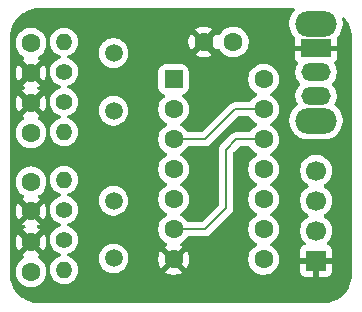
<source format=gbr>
%TF.GenerationSoftware,KiCad,Pcbnew,9.0.1*%
%TF.CreationDate,2025-04-18T19:28:50+01:00*%
%TF.ProjectId,ClockSel,436c6f63-6b53-4656-9c2e-6b696361645f,rev?*%
%TF.SameCoordinates,Original*%
%TF.FileFunction,Copper,L2,Bot*%
%TF.FilePolarity,Positive*%
%FSLAX46Y46*%
G04 Gerber Fmt 4.6, Leading zero omitted, Abs format (unit mm)*
G04 Created by KiCad (PCBNEW 9.0.1) date 2025-04-18 19:28:50*
%MOMM*%
%LPD*%
G01*
G04 APERTURE LIST*
G04 Aperture macros list*
%AMRoundRect*
0 Rectangle with rounded corners*
0 $1 Rounding radius*
0 $2 $3 $4 $5 $6 $7 $8 $9 X,Y pos of 4 corners*
0 Add a 4 corners polygon primitive as box body*
4,1,4,$2,$3,$4,$5,$6,$7,$8,$9,$2,$3,0*
0 Add four circle primitives for the rounded corners*
1,1,$1+$1,$2,$3*
1,1,$1+$1,$4,$5*
1,1,$1+$1,$6,$7*
1,1,$1+$1,$8,$9*
0 Add four rect primitives between the rounded corners*
20,1,$1+$1,$2,$3,$4,$5,0*
20,1,$1+$1,$4,$5,$6,$7,0*
20,1,$1+$1,$6,$7,$8,$9,0*
20,1,$1+$1,$8,$9,$2,$3,0*%
G04 Aperture macros list end*
%TA.AperFunction,ComponentPad*%
%ADD10C,1.600000*%
%TD*%
%TA.AperFunction,ComponentPad*%
%ADD11R,1.700000X1.700000*%
%TD*%
%TA.AperFunction,ComponentPad*%
%ADD12C,1.700000*%
%TD*%
%TA.AperFunction,ComponentPad*%
%ADD13C,1.500000*%
%TD*%
%TA.AperFunction,ComponentPad*%
%ADD14C,1.400000*%
%TD*%
%TA.AperFunction,ComponentPad*%
%ADD15O,1.400000X1.400000*%
%TD*%
%TA.AperFunction,ComponentPad*%
%ADD16O,3.500000X2.200000*%
%TD*%
%TA.AperFunction,ComponentPad*%
%ADD17R,2.500000X1.500000*%
%TD*%
%TA.AperFunction,ComponentPad*%
%ADD18O,2.500000X1.500000*%
%TD*%
%TA.AperFunction,ComponentPad*%
%ADD19RoundRect,0.250000X-0.550000X-0.550000X0.550000X-0.550000X0.550000X0.550000X-0.550000X0.550000X0*%
%TD*%
%TA.AperFunction,ViaPad*%
%ADD20C,0.600000*%
%TD*%
%TA.AperFunction,Conductor*%
%ADD21C,0.200000*%
%TD*%
G04 APERTURE END LIST*
D10*
%TO.P,C3,1*%
%TO.N,GND*%
X118650000Y-81710000D03*
%TO.P,C3,2*%
%TO.N,Net-(C3-Pad2)*%
X118650000Y-79210000D03*
%TD*%
%TO.P,C4,1*%
%TO.N,GND*%
X118650000Y-84310000D03*
%TO.P,C4,2*%
%TO.N,Net-(C4-Pad2)*%
X118650000Y-86810000D03*
%TD*%
D11*
%TO.P,J1,1,Pin_1*%
%TO.N,GND*%
X142780000Y-85890000D03*
D12*
%TO.P,J1,2,Pin_2*%
%TO.N,/Sel*%
X142780000Y-83350000D03*
%TO.P,J1,3,Pin_3*%
%TO.N,/Out*%
X142780000Y-80810000D03*
%TO.P,J1,4,Pin_4*%
%TO.N,VCC*%
X142780000Y-78270000D03*
%TD*%
D13*
%TO.P,Y2,1,1*%
%TO.N,Net-(C3-Pad2)*%
X125635000Y-80810000D03*
%TO.P,Y2,2,2*%
%TO.N,Net-(C4-Pad2)*%
X125635000Y-85690000D03*
%TD*%
D10*
%TO.P,C5,1*%
%TO.N,VCC*%
X135775000Y-67360000D03*
%TO.P,C5,2*%
%TO.N,GND*%
X133275000Y-67360000D03*
%TD*%
%TO.P,C2,1*%
%TO.N,GND*%
X118650000Y-72555000D03*
%TO.P,C2,2*%
%TO.N,Net-(C2-Pad2)*%
X118650000Y-75055000D03*
%TD*%
D14*
%TO.P,R3,1*%
%TO.N,Net-(C4-Pad2)*%
X121444000Y-81584000D03*
D15*
%TO.P,R3,2*%
%TO.N,Net-(C3-Pad2)*%
X121444000Y-79044000D03*
%TD*%
D13*
%TO.P,Y1,1,1*%
%TO.N,Net-(C1-Pad2)*%
X125635000Y-68310000D03*
%TO.P,Y1,2,2*%
%TO.N,Net-(C2-Pad2)*%
X125635000Y-73190000D03*
%TD*%
D14*
%TO.P,R2,1*%
%TO.N,Net-(C2-Pad2)*%
X121444000Y-72440000D03*
D15*
%TO.P,R2,2*%
%TO.N,Net-(R2-Pad2)*%
X121444000Y-74980000D03*
%TD*%
D10*
%TO.P,C1,1*%
%TO.N,GND*%
X118650000Y-69975000D03*
%TO.P,C1,2*%
%TO.N,Net-(C1-Pad2)*%
X118650000Y-67475000D03*
%TD*%
D16*
%TO.P,SW1,*%
%TO.N,*%
X142780000Y-65820000D03*
X142780000Y-74020000D03*
D17*
%TO.P,SW1,1,A*%
%TO.N,GND*%
X142780000Y-67920000D03*
D18*
%TO.P,SW1,2,B*%
%TO.N,/Sel*%
X142780000Y-69920000D03*
%TO.P,SW1,3,C*%
%TO.N,VCC*%
X142780000Y-71920000D03*
%TD*%
D14*
%TO.P,R4,1*%
%TO.N,Net-(C4-Pad2)*%
X121444000Y-84124000D03*
D15*
%TO.P,R4,2*%
%TO.N,Net-(R4-Pad2)*%
X121444000Y-86664000D03*
%TD*%
D19*
%TO.P,U1,1*%
%TO.N,Net-(C1-Pad2)*%
X130715000Y-70535000D03*
D10*
%TO.P,U1,2*%
%TO.N,/Sel*%
X130715000Y-73075000D03*
%TO.P,U1,3*%
%TO.N,Net-(R2-Pad2)*%
X130715000Y-75615000D03*
%TO.P,U1,4*%
%TO.N,Net-(C3-Pad2)*%
X130715000Y-78155000D03*
%TO.P,U1,5*%
%TO.N,/~{Sel}*%
X130715000Y-80695000D03*
%TO.P,U1,6*%
%TO.N,Net-(R4-Pad2)*%
X130715000Y-83235000D03*
%TO.P,U1,7,GND*%
%TO.N,GND*%
X130715000Y-85775000D03*
%TO.P,U1,8*%
%TO.N,/~{Sel}*%
X138335000Y-85775000D03*
%TO.P,U1,9*%
%TO.N,/Sel*%
X138335000Y-83235000D03*
%TO.P,U1,10*%
X138335000Y-80695000D03*
%TO.P,U1,11*%
%TO.N,/Out*%
X138335000Y-78155000D03*
%TO.P,U1,12*%
%TO.N,Net-(R4-Pad2)*%
X138335000Y-75615000D03*
%TO.P,U1,13*%
%TO.N,Net-(R2-Pad2)*%
X138335000Y-73075000D03*
%TO.P,U1,14,VCC*%
%TO.N,VCC*%
X138335000Y-70535000D03*
%TD*%
D14*
%TO.P,R1,1*%
%TO.N,Net-(C2-Pad2)*%
X121444000Y-69900000D03*
D15*
%TO.P,R1,2*%
%TO.N,Net-(C1-Pad2)*%
X121444000Y-67360000D03*
%TD*%
D20*
%TO.N,GND*%
X132620000Y-78270000D03*
X136430000Y-74345000D03*
X125508000Y-83108000D03*
X135795000Y-82715000D03*
X125508000Y-70916000D03*
%TD*%
D21*
%TO.N,Net-(R2-Pad2)*%
X135910000Y-73075000D02*
X138335000Y-73075000D01*
X130715000Y-75615000D02*
X133370000Y-75615000D01*
X133370000Y-75615000D02*
X135910000Y-73075000D01*
%TO.N,Net-(R4-Pad2)*%
X130715000Y-83235000D02*
X133370000Y-83235000D01*
X136024495Y-75615000D02*
X138335000Y-75615000D01*
X135160000Y-81445000D02*
X135160000Y-76479495D01*
X133370000Y-83235000D02*
X135160000Y-81445000D01*
X135160000Y-76479495D02*
X136024495Y-75615000D01*
%TD*%
%TA.AperFunction,Conductor*%
%TO.N,GND*%
G36*
X137172437Y-73695185D02*
G01*
X137215883Y-73743205D01*
X137222715Y-73756614D01*
X137343028Y-73922213D01*
X137487786Y-74066971D01*
X137642749Y-74179556D01*
X137653390Y-74187287D01*
X137744840Y-74233883D01*
X137746080Y-74234515D01*
X137796876Y-74282490D01*
X137813671Y-74350311D01*
X137791134Y-74416446D01*
X137746080Y-74455485D01*
X137653386Y-74502715D01*
X137487786Y-74623028D01*
X137343028Y-74767786D01*
X137222715Y-74933385D01*
X137215883Y-74946795D01*
X137167909Y-74997591D01*
X137105398Y-75014500D01*
X136111165Y-75014500D01*
X136111149Y-75014499D01*
X136103553Y-75014499D01*
X135945438Y-75014499D01*
X135869074Y-75034961D01*
X135792709Y-75055423D01*
X135792704Y-75055426D01*
X135655785Y-75134475D01*
X135655777Y-75134481D01*
X134679481Y-76110777D01*
X134679479Y-76110780D01*
X134642648Y-76174575D01*
X134642647Y-76174577D01*
X134600423Y-76247709D01*
X134600423Y-76247710D01*
X134559499Y-76400438D01*
X134559499Y-76400440D01*
X134559499Y-76568541D01*
X134559500Y-76568554D01*
X134559500Y-81144903D01*
X134539815Y-81211942D01*
X134523181Y-81232584D01*
X133157584Y-82598181D01*
X133096261Y-82631666D01*
X133069903Y-82634500D01*
X131944602Y-82634500D01*
X131877563Y-82614815D01*
X131834117Y-82566795D01*
X131827284Y-82553385D01*
X131706971Y-82387786D01*
X131562213Y-82243028D01*
X131396614Y-82122715D01*
X131371659Y-82110000D01*
X131303917Y-82075483D01*
X131253123Y-82027511D01*
X131236328Y-81959690D01*
X131258865Y-81893555D01*
X131303917Y-81854516D01*
X131396610Y-81807287D01*
X131530517Y-81709999D01*
X131562213Y-81686971D01*
X131562215Y-81686968D01*
X131562219Y-81686966D01*
X131706966Y-81542219D01*
X131706968Y-81542215D01*
X131706971Y-81542213D01*
X131763509Y-81464394D01*
X131827287Y-81376610D01*
X131920220Y-81194219D01*
X131983477Y-80999534D01*
X132015500Y-80797352D01*
X132015500Y-80592648D01*
X132002489Y-80510500D01*
X131983477Y-80390465D01*
X131922231Y-80201971D01*
X131920220Y-80195781D01*
X131920218Y-80195778D01*
X131920218Y-80195776D01*
X131872527Y-80102179D01*
X131827287Y-80013390D01*
X131788270Y-79959687D01*
X131706971Y-79847786D01*
X131562213Y-79703028D01*
X131396614Y-79582715D01*
X131351052Y-79559500D01*
X131303917Y-79535483D01*
X131253123Y-79487511D01*
X131236328Y-79419690D01*
X131258865Y-79353555D01*
X131303917Y-79314516D01*
X131396610Y-79267287D01*
X131417770Y-79251913D01*
X131562213Y-79146971D01*
X131562215Y-79146968D01*
X131562219Y-79146966D01*
X131706966Y-79002219D01*
X131706968Y-79002215D01*
X131706971Y-79002213D01*
X131759732Y-78929590D01*
X131827287Y-78836610D01*
X131920220Y-78654219D01*
X131983477Y-78459534D01*
X132015500Y-78257352D01*
X132015500Y-78052648D01*
X132009892Y-78017240D01*
X131983477Y-77850465D01*
X131920218Y-77655776D01*
X131872527Y-77562179D01*
X131827287Y-77473390D01*
X131819556Y-77462749D01*
X131706971Y-77307786D01*
X131562213Y-77163028D01*
X131396614Y-77042715D01*
X131348979Y-77018444D01*
X131303917Y-76995483D01*
X131253123Y-76947511D01*
X131236328Y-76879690D01*
X131258865Y-76813555D01*
X131303917Y-76774516D01*
X131396610Y-76727287D01*
X131445301Y-76691911D01*
X131562213Y-76606971D01*
X131562215Y-76606968D01*
X131562219Y-76606966D01*
X131706966Y-76462219D01*
X131706968Y-76462215D01*
X131706971Y-76462213D01*
X131827284Y-76296614D01*
X131827285Y-76296613D01*
X131827287Y-76296610D01*
X131834117Y-76283204D01*
X131882091Y-76232409D01*
X131944602Y-76215500D01*
X133283331Y-76215500D01*
X133283347Y-76215501D01*
X133290943Y-76215501D01*
X133449054Y-76215501D01*
X133449057Y-76215501D01*
X133601785Y-76174577D01*
X133651904Y-76145639D01*
X133738716Y-76095520D01*
X133850520Y-75983716D01*
X133850520Y-75983714D01*
X133860728Y-75973507D01*
X133860729Y-75973504D01*
X136122416Y-73711819D01*
X136183739Y-73678334D01*
X136210097Y-73675500D01*
X137105398Y-73675500D01*
X137172437Y-73695185D01*
G37*
%TD.AperFunction*%
%TA.AperFunction,Conductor*%
G36*
X140953728Y-64520185D02*
G01*
X140999483Y-64572989D01*
X141009427Y-64642147D01*
X140980402Y-64705703D01*
X140974370Y-64712181D01*
X140909205Y-64777345D01*
X140909201Y-64777350D01*
X140761132Y-64981151D01*
X140646760Y-65205616D01*
X140568910Y-65445214D01*
X140529500Y-65694038D01*
X140529500Y-65945961D01*
X140568910Y-66194785D01*
X140646760Y-66434383D01*
X140761132Y-66658848D01*
X140909201Y-66862649D01*
X140909205Y-66862654D01*
X141001516Y-66954965D01*
X141035001Y-67016288D01*
X141037124Y-67055901D01*
X141030001Y-67122153D01*
X141030000Y-67122172D01*
X141030000Y-67670000D01*
X142464314Y-67670000D01*
X142459920Y-67674394D01*
X142407259Y-67765606D01*
X142380000Y-67867339D01*
X142380000Y-67972661D01*
X142407259Y-68074394D01*
X142459920Y-68165606D01*
X142464314Y-68170000D01*
X141030000Y-68170000D01*
X141030000Y-68717844D01*
X141036401Y-68777372D01*
X141036403Y-68777379D01*
X141086645Y-68912086D01*
X141086649Y-68912093D01*
X141172809Y-69027187D01*
X141211070Y-69055830D01*
X141252940Y-69111764D01*
X141257924Y-69181456D01*
X141237077Y-69227980D01*
X141210482Y-69264585D01*
X141210477Y-69264593D01*
X141121117Y-69439970D01*
X141060290Y-69627173D01*
X141029500Y-69821577D01*
X141029500Y-70018422D01*
X141060290Y-70212826D01*
X141121117Y-70400029D01*
X141186933Y-70529199D01*
X141210476Y-70575405D01*
X141326172Y-70734646D01*
X141326174Y-70734648D01*
X141423845Y-70832319D01*
X141457330Y-70893642D01*
X141452346Y-70963334D01*
X141423845Y-71007681D01*
X141326174Y-71105351D01*
X141326174Y-71105352D01*
X141326172Y-71105354D01*
X141304621Y-71135016D01*
X141210476Y-71264594D01*
X141121117Y-71439970D01*
X141060290Y-71627173D01*
X141029500Y-71821577D01*
X141029500Y-72018422D01*
X141060290Y-72212826D01*
X141121117Y-72400029D01*
X141212352Y-72579087D01*
X141225248Y-72647757D01*
X141198971Y-72712497D01*
X141174753Y-72735699D01*
X141087350Y-72799202D01*
X141087341Y-72799209D01*
X140909205Y-72977345D01*
X140909201Y-72977350D01*
X140761132Y-73181151D01*
X140646760Y-73405616D01*
X140568910Y-73645214D01*
X140558361Y-73711819D01*
X140529500Y-73894038D01*
X140529500Y-74145962D01*
X140547487Y-74259524D01*
X140568910Y-74394785D01*
X140646760Y-74634383D01*
X140761132Y-74858848D01*
X140909201Y-75062649D01*
X140909205Y-75062654D01*
X141087345Y-75240794D01*
X141087350Y-75240798D01*
X141250777Y-75359534D01*
X141291155Y-75388870D01*
X141434184Y-75461747D01*
X141515616Y-75503239D01*
X141515618Y-75503239D01*
X141515621Y-75503241D01*
X141755215Y-75581090D01*
X142004038Y-75620500D01*
X142004039Y-75620500D01*
X143555961Y-75620500D01*
X143555962Y-75620500D01*
X143804785Y-75581090D01*
X144044379Y-75503241D01*
X144268845Y-75388870D01*
X144472656Y-75240793D01*
X144650793Y-75062656D01*
X144798870Y-74858845D01*
X144913241Y-74634379D01*
X144991090Y-74394785D01*
X145030500Y-74145962D01*
X145030500Y-73894038D01*
X144991090Y-73645215D01*
X144913241Y-73405621D01*
X144913239Y-73405618D01*
X144913239Y-73405616D01*
X144853525Y-73288422D01*
X144798870Y-73181155D01*
X144779952Y-73155117D01*
X144650798Y-72977350D01*
X144650794Y-72977345D01*
X144472658Y-72799209D01*
X144472656Y-72799207D01*
X144385245Y-72735699D01*
X144342581Y-72680370D01*
X144336602Y-72610756D01*
X144347647Y-72579087D01*
X144349520Y-72575409D01*
X144349524Y-72575405D01*
X144438884Y-72400025D01*
X144499709Y-72212826D01*
X144520266Y-72083034D01*
X144530500Y-72018422D01*
X144530500Y-71821577D01*
X144499709Y-71627173D01*
X144466286Y-71524310D01*
X144438884Y-71439975D01*
X144438882Y-71439972D01*
X144438882Y-71439970D01*
X144381552Y-71327454D01*
X144349524Y-71264595D01*
X144233828Y-71105354D01*
X144136155Y-71007681D01*
X144102670Y-70946358D01*
X144107654Y-70876666D01*
X144136155Y-70832319D01*
X144152787Y-70815687D01*
X144233828Y-70734646D01*
X144349524Y-70575405D01*
X144438884Y-70400025D01*
X144499709Y-70212826D01*
X144504731Y-70181118D01*
X144530500Y-70018422D01*
X144530500Y-69821577D01*
X144499709Y-69627173D01*
X144471487Y-69540317D01*
X144438884Y-69439975D01*
X144438882Y-69439972D01*
X144438882Y-69439970D01*
X144406464Y-69376347D01*
X144349524Y-69264595D01*
X144346650Y-69260640D01*
X144322923Y-69227981D01*
X144299443Y-69162175D01*
X144315268Y-69094121D01*
X144348930Y-69055829D01*
X144387190Y-69027186D01*
X144473350Y-68912093D01*
X144473354Y-68912086D01*
X144523596Y-68777379D01*
X144523598Y-68777372D01*
X144529999Y-68717844D01*
X144530000Y-68717827D01*
X144530000Y-68170000D01*
X143095686Y-68170000D01*
X143100080Y-68165606D01*
X143152741Y-68074394D01*
X143180000Y-67972661D01*
X143180000Y-67867339D01*
X143152741Y-67765606D01*
X143100080Y-67674394D01*
X143095686Y-67670000D01*
X144530000Y-67670000D01*
X144530000Y-67122172D01*
X144529999Y-67122158D01*
X144522875Y-67055903D01*
X144535279Y-66987143D01*
X144558477Y-66954971D01*
X144650793Y-66862656D01*
X144798870Y-66658845D01*
X144913241Y-66434379D01*
X144991090Y-66194785D01*
X145030500Y-65945962D01*
X145030500Y-65694038D01*
X144991090Y-65445215D01*
X144990662Y-65443900D01*
X144990647Y-65443371D01*
X144989951Y-65440468D01*
X144990560Y-65440321D01*
X144990480Y-65437527D01*
X144987426Y-65431934D01*
X144989493Y-65403029D01*
X144988664Y-65374061D01*
X144991955Y-65368602D01*
X144992410Y-65362242D01*
X145009778Y-65339041D01*
X145024740Y-65314226D01*
X145030461Y-65311412D01*
X145034282Y-65306309D01*
X145061430Y-65296183D01*
X145087439Y-65283393D01*
X145093773Y-65284119D01*
X145099746Y-65281892D01*
X145128063Y-65288052D01*
X145156854Y-65291354D01*
X145163351Y-65295728D01*
X145168019Y-65296744D01*
X145196273Y-65317895D01*
X145215596Y-65337218D01*
X145225526Y-65348426D01*
X145345481Y-65501538D01*
X145402422Y-65574217D01*
X145410928Y-65586540D01*
X145559316Y-65832004D01*
X145566275Y-65845263D01*
X145683997Y-66106831D01*
X145689306Y-66120832D01*
X145774635Y-66394663D01*
X145778219Y-66409201D01*
X145829923Y-66691340D01*
X145831728Y-66706205D01*
X145849274Y-66996263D01*
X145849500Y-67003750D01*
X145849500Y-86996249D01*
X145849274Y-87003736D01*
X145831728Y-87293794D01*
X145829923Y-87308659D01*
X145778219Y-87590798D01*
X145774635Y-87605336D01*
X145689306Y-87879167D01*
X145683997Y-87893168D01*
X145566275Y-88154736D01*
X145559316Y-88167995D01*
X145410928Y-88413459D01*
X145402422Y-88425782D01*
X145225526Y-88651573D01*
X145215596Y-88662781D01*
X145012781Y-88865596D01*
X145001573Y-88875526D01*
X144775782Y-89052422D01*
X144763459Y-89060928D01*
X144517995Y-89209316D01*
X144504736Y-89216275D01*
X144243168Y-89333997D01*
X144229167Y-89339306D01*
X143955336Y-89424635D01*
X143940798Y-89428219D01*
X143658659Y-89479923D01*
X143643794Y-89481728D01*
X143353736Y-89499274D01*
X143346249Y-89499500D01*
X119353751Y-89499500D01*
X119346264Y-89499274D01*
X119056205Y-89481728D01*
X119041340Y-89479923D01*
X118759201Y-89428219D01*
X118744663Y-89424635D01*
X118470832Y-89339306D01*
X118456831Y-89333997D01*
X118195263Y-89216275D01*
X118182004Y-89209316D01*
X117936540Y-89060928D01*
X117924217Y-89052422D01*
X117698426Y-88875526D01*
X117687218Y-88865596D01*
X117484403Y-88662781D01*
X117474473Y-88651573D01*
X117297573Y-88425776D01*
X117289075Y-88413465D01*
X117140680Y-88167989D01*
X117133727Y-88154743D01*
X117016000Y-87893163D01*
X117010693Y-87879167D01*
X116996911Y-87834940D01*
X116925363Y-87605335D01*
X116921780Y-87590798D01*
X116903603Y-87491610D01*
X116870075Y-87308657D01*
X116868271Y-87293794D01*
X116861590Y-87183350D01*
X116850726Y-87003736D01*
X116850500Y-86996249D01*
X116850500Y-79107648D01*
X117349500Y-79107648D01*
X117349500Y-79312351D01*
X117381522Y-79514534D01*
X117444781Y-79709223D01*
X117504320Y-79826073D01*
X117519657Y-79856174D01*
X117537715Y-79891613D01*
X117658028Y-80057213D01*
X117802786Y-80201971D01*
X117968385Y-80322284D01*
X117968387Y-80322285D01*
X117968390Y-80322287D01*
X118022378Y-80349795D01*
X118073174Y-80397769D01*
X118089969Y-80465590D01*
X118067432Y-80531725D01*
X118022378Y-80570765D01*
X117968644Y-80598143D01*
X117924077Y-80630523D01*
X117924077Y-80630524D01*
X118603554Y-81310000D01*
X118597339Y-81310000D01*
X118495606Y-81337259D01*
X118404394Y-81389920D01*
X118329920Y-81464394D01*
X118277259Y-81555606D01*
X118250000Y-81657339D01*
X118250000Y-81663553D01*
X117570524Y-80984077D01*
X117570523Y-80984077D01*
X117538143Y-81028644D01*
X117445244Y-81210968D01*
X117382009Y-81405582D01*
X117350000Y-81607682D01*
X117350000Y-81812317D01*
X117382009Y-82014417D01*
X117445244Y-82209031D01*
X117538141Y-82391350D01*
X117538147Y-82391359D01*
X117570523Y-82435921D01*
X117570524Y-82435922D01*
X118250000Y-81756446D01*
X118250000Y-81762661D01*
X118277259Y-81864394D01*
X118329920Y-81955606D01*
X118404394Y-82030080D01*
X118495606Y-82082741D01*
X118597339Y-82110000D01*
X118603553Y-82110000D01*
X117924076Y-82789474D01*
X117968650Y-82821859D01*
X118121058Y-82899515D01*
X118171854Y-82947489D01*
X118188649Y-83015310D01*
X118166112Y-83081445D01*
X118121058Y-83120485D01*
X117968644Y-83198143D01*
X117924077Y-83230523D01*
X117924077Y-83230524D01*
X118603554Y-83910000D01*
X118597339Y-83910000D01*
X118495606Y-83937259D01*
X118404394Y-83989920D01*
X118329920Y-84064394D01*
X118277259Y-84155606D01*
X118250000Y-84257339D01*
X118250000Y-84263553D01*
X117570524Y-83584077D01*
X117570523Y-83584077D01*
X117538143Y-83628644D01*
X117445244Y-83810968D01*
X117382009Y-84005582D01*
X117350000Y-84207682D01*
X117350000Y-84412317D01*
X117382009Y-84614417D01*
X117445244Y-84809031D01*
X117538141Y-84991350D01*
X117538147Y-84991359D01*
X117570523Y-85035921D01*
X117570524Y-85035922D01*
X118250000Y-84356446D01*
X118250000Y-84362661D01*
X118277259Y-84464394D01*
X118329920Y-84555606D01*
X118404394Y-84630080D01*
X118495606Y-84682741D01*
X118597339Y-84710000D01*
X118603553Y-84710000D01*
X117924076Y-85389474D01*
X117968652Y-85421861D01*
X118022376Y-85449234D01*
X118073172Y-85497208D01*
X118089968Y-85565028D01*
X118067431Y-85631164D01*
X118022379Y-85670203D01*
X117968386Y-85697714D01*
X117802786Y-85818028D01*
X117658028Y-85962786D01*
X117537715Y-86128386D01*
X117444781Y-86310776D01*
X117381522Y-86505465D01*
X117349500Y-86707648D01*
X117349500Y-86912351D01*
X117381522Y-87114534D01*
X117444781Y-87309223D01*
X117537715Y-87491613D01*
X117658028Y-87657213D01*
X117802786Y-87801971D01*
X117957749Y-87914556D01*
X117968390Y-87922287D01*
X118084607Y-87981503D01*
X118150776Y-88015218D01*
X118150778Y-88015218D01*
X118150781Y-88015220D01*
X118255137Y-88049127D01*
X118345465Y-88078477D01*
X118446557Y-88094488D01*
X118547648Y-88110500D01*
X118547649Y-88110500D01*
X118752351Y-88110500D01*
X118752352Y-88110500D01*
X118954534Y-88078477D01*
X119149219Y-88015220D01*
X119331610Y-87922287D01*
X119451834Y-87834940D01*
X119497213Y-87801971D01*
X119497215Y-87801968D01*
X119497219Y-87801966D01*
X119641966Y-87657219D01*
X119641968Y-87657215D01*
X119641971Y-87657213D01*
X119745838Y-87514250D01*
X119762287Y-87491610D01*
X119855220Y-87309219D01*
X119918477Y-87114534D01*
X119950500Y-86912352D01*
X119950500Y-86707648D01*
X119918477Y-86505466D01*
X119918211Y-86504648D01*
X119855218Y-86310776D01*
X119800388Y-86203168D01*
X119762287Y-86128390D01*
X119738086Y-86095080D01*
X119641971Y-85962786D01*
X119497213Y-85818028D01*
X119331611Y-85697713D01*
X119277621Y-85670203D01*
X119226825Y-85622228D01*
X119210031Y-85554407D01*
X119232569Y-85488272D01*
X119277624Y-85449233D01*
X119331349Y-85421859D01*
X119375921Y-85389474D01*
X118696447Y-84710000D01*
X118702661Y-84710000D01*
X118804394Y-84682741D01*
X118895606Y-84630080D01*
X118970080Y-84555606D01*
X119022741Y-84464394D01*
X119050000Y-84362661D01*
X119050000Y-84356448D01*
X119729474Y-85035922D01*
X119729474Y-85035921D01*
X119761859Y-84991349D01*
X119854755Y-84809031D01*
X119917990Y-84614417D01*
X119950000Y-84412317D01*
X119950000Y-84207682D01*
X119917990Y-84005582D01*
X119854755Y-83810968D01*
X119761859Y-83628650D01*
X119729474Y-83584077D01*
X119729474Y-83584076D01*
X119050000Y-84263551D01*
X119050000Y-84257339D01*
X119022741Y-84155606D01*
X118970080Y-84064394D01*
X118895606Y-83989920D01*
X118804394Y-83937259D01*
X118702661Y-83910000D01*
X118696446Y-83910000D01*
X119375922Y-83230524D01*
X119375921Y-83230523D01*
X119331359Y-83198147D01*
X119331350Y-83198141D01*
X119178941Y-83120485D01*
X119128145Y-83072511D01*
X119111350Y-83004690D01*
X119133887Y-82938555D01*
X119178942Y-82899515D01*
X119331346Y-82821861D01*
X119331347Y-82821861D01*
X119375921Y-82789474D01*
X118696447Y-82110000D01*
X118702661Y-82110000D01*
X118804394Y-82082741D01*
X118895606Y-82030080D01*
X118970080Y-81955606D01*
X119022741Y-81864394D01*
X119050000Y-81762661D01*
X119050000Y-81756448D01*
X119729474Y-82435922D01*
X119729474Y-82435921D01*
X119761859Y-82391349D01*
X119854755Y-82209031D01*
X119917990Y-82014417D01*
X119950000Y-81812317D01*
X119950000Y-81607682D01*
X119917990Y-81405582D01*
X119854755Y-81210968D01*
X119761859Y-81028650D01*
X119729474Y-80984077D01*
X119729474Y-80984076D01*
X119050000Y-81663551D01*
X119050000Y-81657339D01*
X119022741Y-81555606D01*
X118970080Y-81464394D01*
X118895606Y-81389920D01*
X118804394Y-81337259D01*
X118702661Y-81310000D01*
X118696446Y-81310000D01*
X119375922Y-80630524D01*
X119375921Y-80630523D01*
X119331359Y-80598147D01*
X119331350Y-80598141D01*
X119277621Y-80570765D01*
X119226825Y-80522791D01*
X119210030Y-80454970D01*
X119232567Y-80388835D01*
X119277621Y-80349795D01*
X119331610Y-80322287D01*
X119381144Y-80286298D01*
X119497213Y-80201971D01*
X119497215Y-80201968D01*
X119497219Y-80201966D01*
X119641966Y-80057219D01*
X119641968Y-80057215D01*
X119641971Y-80057213D01*
X119712824Y-79959690D01*
X119762287Y-79891610D01*
X119855220Y-79709219D01*
X119918477Y-79514534D01*
X119950500Y-79312352D01*
X119950500Y-79107648D01*
X119925453Y-78949513D01*
X120243500Y-78949513D01*
X120243500Y-79138486D01*
X120273059Y-79325118D01*
X120331454Y-79504836D01*
X120374996Y-79590291D01*
X120417240Y-79673199D01*
X120528310Y-79826073D01*
X120661927Y-79959690D01*
X120814801Y-80070760D01*
X120876474Y-80102184D01*
X120983163Y-80156545D01*
X120983165Y-80156545D01*
X120983168Y-80156547D01*
X121072734Y-80185649D01*
X121104803Y-80196069D01*
X121162478Y-80235507D01*
X121189676Y-80299866D01*
X121177761Y-80368712D01*
X121130516Y-80420188D01*
X121104803Y-80431931D01*
X120983163Y-80471454D01*
X120814800Y-80557240D01*
X120727579Y-80620610D01*
X120661927Y-80668310D01*
X120661925Y-80668312D01*
X120661924Y-80668312D01*
X120528312Y-80801924D01*
X120528312Y-80801925D01*
X120528310Y-80801927D01*
X120480610Y-80867579D01*
X120417240Y-80954800D01*
X120331454Y-81123163D01*
X120273059Y-81302881D01*
X120243500Y-81489513D01*
X120243500Y-81678486D01*
X120273059Y-81865118D01*
X120331454Y-82044836D01*
X120371135Y-82122713D01*
X120417240Y-82213199D01*
X120528310Y-82366073D01*
X120661927Y-82499690D01*
X120814801Y-82610760D01*
X120876474Y-82642184D01*
X120983163Y-82696545D01*
X120983165Y-82696545D01*
X120983168Y-82696547D01*
X121072734Y-82725649D01*
X121104803Y-82736069D01*
X121162478Y-82775507D01*
X121189676Y-82839866D01*
X121177761Y-82908712D01*
X121130516Y-82960188D01*
X121104803Y-82971931D01*
X120983163Y-83011454D01*
X120814800Y-83097240D01*
X120782807Y-83120485D01*
X120661927Y-83208310D01*
X120661925Y-83208312D01*
X120661924Y-83208312D01*
X120528312Y-83341924D01*
X120528312Y-83341925D01*
X120528310Y-83341927D01*
X120480610Y-83407579D01*
X120417240Y-83494800D01*
X120331454Y-83663163D01*
X120273059Y-83842881D01*
X120243500Y-84029513D01*
X120243500Y-84218486D01*
X120273059Y-84405118D01*
X120331454Y-84584836D01*
X120395229Y-84710000D01*
X120417240Y-84753199D01*
X120528310Y-84906073D01*
X120661927Y-85039690D01*
X120814801Y-85150760D01*
X120894347Y-85191290D01*
X120983163Y-85236545D01*
X120983165Y-85236545D01*
X120983168Y-85236547D01*
X121072734Y-85265649D01*
X121104803Y-85276069D01*
X121162478Y-85315507D01*
X121189676Y-85379866D01*
X121177761Y-85448712D01*
X121130516Y-85500188D01*
X121104803Y-85511931D01*
X120983163Y-85551454D01*
X120814800Y-85637240D01*
X120732539Y-85697007D01*
X120661927Y-85748310D01*
X120661925Y-85748312D01*
X120661924Y-85748312D01*
X120528312Y-85881924D01*
X120528312Y-85881925D01*
X120528310Y-85881927D01*
X120493823Y-85929394D01*
X120417240Y-86034800D01*
X120331454Y-86203163D01*
X120273059Y-86382881D01*
X120243500Y-86569513D01*
X120243500Y-86758486D01*
X120273059Y-86945118D01*
X120331454Y-87124836D01*
X120386872Y-87233598D01*
X120417240Y-87293199D01*
X120528310Y-87446073D01*
X120661927Y-87579690D01*
X120814801Y-87690760D01*
X120894347Y-87731290D01*
X120983163Y-87776545D01*
X120983165Y-87776545D01*
X120983168Y-87776547D01*
X121061399Y-87801966D01*
X121162881Y-87834940D01*
X121349514Y-87864500D01*
X121349519Y-87864500D01*
X121538486Y-87864500D01*
X121725118Y-87834940D01*
X121904832Y-87776547D01*
X122073199Y-87690760D01*
X122226073Y-87579690D01*
X122359690Y-87446073D01*
X122470760Y-87293199D01*
X122556547Y-87124832D01*
X122614940Y-86945118D01*
X122620548Y-86909709D01*
X122644500Y-86758486D01*
X122644500Y-86569513D01*
X122614940Y-86382881D01*
X122556545Y-86203163D01*
X122511290Y-86114347D01*
X122470760Y-86034801D01*
X122359690Y-85881927D01*
X122226073Y-85748310D01*
X122073199Y-85637240D01*
X122061274Y-85631164D01*
X121983581Y-85591577D01*
X124384500Y-85591577D01*
X124384500Y-85788422D01*
X124415290Y-85982826D01*
X124476117Y-86170029D01*
X124529109Y-86274031D01*
X124565476Y-86345405D01*
X124681172Y-86504646D01*
X124820354Y-86643828D01*
X124979595Y-86759524D01*
X125062455Y-86801743D01*
X125154970Y-86848882D01*
X125154972Y-86848882D01*
X125154975Y-86848884D01*
X125255317Y-86881487D01*
X125342173Y-86909709D01*
X125536578Y-86940500D01*
X125536583Y-86940500D01*
X125733422Y-86940500D01*
X125927826Y-86909709D01*
X125996833Y-86887287D01*
X126115025Y-86848884D01*
X126117993Y-86847372D01*
X126121463Y-86845603D01*
X126290405Y-86759524D01*
X126449646Y-86643828D01*
X126588828Y-86504646D01*
X126704524Y-86345405D01*
X126793884Y-86170025D01*
X126854709Y-85982826D01*
X126870690Y-85881925D01*
X126885500Y-85788422D01*
X126885500Y-85591577D01*
X126854709Y-85397173D01*
X126815359Y-85276069D01*
X126793884Y-85209975D01*
X126793882Y-85209972D01*
X126793882Y-85209970D01*
X126734479Y-85093386D01*
X126704524Y-85034595D01*
X126588828Y-84875354D01*
X126449646Y-84736172D01*
X126290405Y-84620476D01*
X126280610Y-84615485D01*
X126115029Y-84531117D01*
X125927826Y-84470290D01*
X125733422Y-84439500D01*
X125733417Y-84439500D01*
X125536583Y-84439500D01*
X125536578Y-84439500D01*
X125342173Y-84470290D01*
X125154970Y-84531117D01*
X124979594Y-84620476D01*
X124920305Y-84663553D01*
X124820354Y-84736172D01*
X124820352Y-84736174D01*
X124820351Y-84736174D01*
X124681174Y-84875351D01*
X124681174Y-84875352D01*
X124681172Y-84875354D01*
X124631485Y-84943741D01*
X124565476Y-85034594D01*
X124476117Y-85209970D01*
X124415290Y-85397173D01*
X124384500Y-85591577D01*
X121983581Y-85591577D01*
X121904836Y-85551454D01*
X121830472Y-85527291D01*
X121783195Y-85511930D01*
X121725521Y-85472493D01*
X121698323Y-85408134D01*
X121710238Y-85339288D01*
X121757482Y-85287812D01*
X121783194Y-85276069D01*
X121904832Y-85236547D01*
X122073199Y-85150760D01*
X122226073Y-85039690D01*
X122359690Y-84906073D01*
X122470760Y-84753199D01*
X122556547Y-84584832D01*
X122614940Y-84405118D01*
X122618902Y-84380104D01*
X122644500Y-84218486D01*
X122644500Y-84029513D01*
X122614940Y-83842881D01*
X122557546Y-83666243D01*
X122556547Y-83663168D01*
X122556545Y-83663165D01*
X122556545Y-83663163D01*
X122511290Y-83574347D01*
X122470760Y-83494801D01*
X122359690Y-83341927D01*
X122226073Y-83208310D01*
X122073199Y-83097240D01*
X121904836Y-83011454D01*
X121830472Y-82987291D01*
X121783195Y-82971930D01*
X121725521Y-82932493D01*
X121698323Y-82868134D01*
X121710238Y-82799288D01*
X121757482Y-82747812D01*
X121783194Y-82736069D01*
X121904832Y-82696547D01*
X122073199Y-82610760D01*
X122226073Y-82499690D01*
X122359690Y-82366073D01*
X122470760Y-82213199D01*
X122556547Y-82044832D01*
X122614940Y-81865118D01*
X122623081Y-81813716D01*
X122644500Y-81678486D01*
X122644500Y-81489513D01*
X122614940Y-81302881D01*
X122557546Y-81126243D01*
X122556547Y-81123168D01*
X122556545Y-81123165D01*
X122556545Y-81123163D01*
X122508385Y-81028644D01*
X122470760Y-80954801D01*
X122359690Y-80801927D01*
X122269340Y-80711577D01*
X124384500Y-80711577D01*
X124384500Y-80908422D01*
X124415290Y-81102826D01*
X124476117Y-81290029D01*
X124534995Y-81405582D01*
X124565476Y-81465405D01*
X124681172Y-81624646D01*
X124820354Y-81763828D01*
X124979595Y-81879524D01*
X125024669Y-81902490D01*
X125154970Y-81968882D01*
X125154972Y-81968882D01*
X125154975Y-81968884D01*
X125255317Y-82001487D01*
X125342173Y-82029709D01*
X125536578Y-82060500D01*
X125536583Y-82060500D01*
X125733422Y-82060500D01*
X125927826Y-82029709D01*
X125934591Y-82027511D01*
X126115025Y-81968884D01*
X126290405Y-81879524D01*
X126449646Y-81763828D01*
X126588828Y-81624646D01*
X126704524Y-81465405D01*
X126793884Y-81290025D01*
X126854709Y-81102826D01*
X126884254Y-80916286D01*
X126885500Y-80908422D01*
X126885500Y-80711577D01*
X126854709Y-80517173D01*
X126813539Y-80390466D01*
X126793884Y-80329975D01*
X126793882Y-80329972D01*
X126793882Y-80329970D01*
X126728663Y-80201971D01*
X126704524Y-80154595D01*
X126588828Y-79995354D01*
X126449646Y-79856172D01*
X126290405Y-79740476D01*
X126115029Y-79651117D01*
X125927826Y-79590290D01*
X125733422Y-79559500D01*
X125733417Y-79559500D01*
X125536583Y-79559500D01*
X125536578Y-79559500D01*
X125342173Y-79590290D01*
X125154970Y-79651117D01*
X124979594Y-79740476D01*
X124925338Y-79779896D01*
X124820354Y-79856172D01*
X124820352Y-79856174D01*
X124820351Y-79856174D01*
X124681174Y-79995351D01*
X124681174Y-79995352D01*
X124681172Y-79995354D01*
X124668071Y-80013386D01*
X124565476Y-80154594D01*
X124476117Y-80329970D01*
X124415290Y-80517173D01*
X124384500Y-80711577D01*
X122269340Y-80711577D01*
X122226073Y-80668310D01*
X122073199Y-80557240D01*
X122023123Y-80531725D01*
X121904836Y-80471454D01*
X121830472Y-80447291D01*
X121783195Y-80431930D01*
X121725521Y-80392493D01*
X121698323Y-80328134D01*
X121710238Y-80259288D01*
X121757482Y-80207812D01*
X121783194Y-80196069D01*
X121904832Y-80156547D01*
X122073199Y-80070760D01*
X122226073Y-79959690D01*
X122359690Y-79826073D01*
X122470760Y-79673199D01*
X122556547Y-79504832D01*
X122614940Y-79325118D01*
X122618902Y-79300104D01*
X122644500Y-79138486D01*
X122644500Y-78949513D01*
X122614940Y-78762881D01*
X122557546Y-78586243D01*
X122556547Y-78583168D01*
X122556545Y-78583165D01*
X122556545Y-78583163D01*
X122511290Y-78494347D01*
X122470760Y-78414801D01*
X122359690Y-78261927D01*
X122226073Y-78128310D01*
X122073199Y-78017240D01*
X122048745Y-78004780D01*
X121904836Y-77931454D01*
X121725118Y-77873059D01*
X121538486Y-77843500D01*
X121538481Y-77843500D01*
X121349519Y-77843500D01*
X121349514Y-77843500D01*
X121162881Y-77873059D01*
X120983163Y-77931454D01*
X120814800Y-78017240D01*
X120766066Y-78052648D01*
X120661927Y-78128310D01*
X120661925Y-78128312D01*
X120661924Y-78128312D01*
X120528312Y-78261924D01*
X120528312Y-78261925D01*
X120528310Y-78261927D01*
X120480610Y-78327579D01*
X120417240Y-78414800D01*
X120331454Y-78583163D01*
X120273059Y-78762881D01*
X120243500Y-78949513D01*
X119925453Y-78949513D01*
X119918477Y-78905466D01*
X119855220Y-78710781D01*
X119855218Y-78710778D01*
X119855218Y-78710776D01*
X119821503Y-78644607D01*
X119762287Y-78528390D01*
X119712261Y-78459534D01*
X119641971Y-78362786D01*
X119497213Y-78218028D01*
X119331613Y-78097715D01*
X119331612Y-78097714D01*
X119331610Y-78097713D01*
X119274653Y-78068691D01*
X119149223Y-78004781D01*
X118954534Y-77941522D01*
X118779995Y-77913878D01*
X118752352Y-77909500D01*
X118547648Y-77909500D01*
X118523329Y-77913351D01*
X118345465Y-77941522D01*
X118150776Y-78004781D01*
X117968386Y-78097715D01*
X117802786Y-78218028D01*
X117658028Y-78362786D01*
X117537715Y-78528386D01*
X117444781Y-78710776D01*
X117381522Y-78905465D01*
X117349500Y-79107648D01*
X116850500Y-79107648D01*
X116850500Y-67372648D01*
X117349500Y-67372648D01*
X117349500Y-67577352D01*
X117353878Y-67604995D01*
X117381522Y-67779534D01*
X117444781Y-67974223D01*
X117508691Y-68099653D01*
X117530302Y-68142066D01*
X117537715Y-68156613D01*
X117658028Y-68322213D01*
X117802786Y-68466971D01*
X117968385Y-68587284D01*
X117968387Y-68587285D01*
X117968390Y-68587287D01*
X118022378Y-68614795D01*
X118073174Y-68662769D01*
X118089969Y-68730590D01*
X118067432Y-68796725D01*
X118022378Y-68835765D01*
X117968644Y-68863143D01*
X117924077Y-68895523D01*
X117924077Y-68895524D01*
X118603554Y-69575000D01*
X118597339Y-69575000D01*
X118495606Y-69602259D01*
X118404394Y-69654920D01*
X118329920Y-69729394D01*
X118277259Y-69820606D01*
X118250000Y-69922339D01*
X118250000Y-69928553D01*
X117570524Y-69249077D01*
X117570523Y-69249077D01*
X117538143Y-69293644D01*
X117445244Y-69475968D01*
X117382009Y-69670582D01*
X117350000Y-69872682D01*
X117350000Y-70077317D01*
X117382009Y-70279417D01*
X117445244Y-70474031D01*
X117538141Y-70656350D01*
X117538147Y-70656359D01*
X117570523Y-70700921D01*
X117570524Y-70700922D01*
X118250000Y-70021446D01*
X118250000Y-70027661D01*
X118277259Y-70129394D01*
X118329920Y-70220606D01*
X118404394Y-70295080D01*
X118495606Y-70347741D01*
X118597339Y-70375000D01*
X118603553Y-70375000D01*
X117924076Y-71054474D01*
X117968650Y-71086859D01*
X118101432Y-71154515D01*
X118152228Y-71202489D01*
X118169023Y-71270310D01*
X118146486Y-71336445D01*
X118101432Y-71375485D01*
X117968644Y-71443143D01*
X117924077Y-71475523D01*
X117924077Y-71475524D01*
X118603554Y-72155000D01*
X118597339Y-72155000D01*
X118495606Y-72182259D01*
X118404394Y-72234920D01*
X118329920Y-72309394D01*
X118277259Y-72400606D01*
X118250000Y-72502339D01*
X118250000Y-72508553D01*
X117570524Y-71829077D01*
X117570523Y-71829077D01*
X117538143Y-71873644D01*
X117445244Y-72055968D01*
X117382009Y-72250582D01*
X117350000Y-72452682D01*
X117350000Y-72657317D01*
X117382009Y-72859417D01*
X117445244Y-73054031D01*
X117538141Y-73236350D01*
X117538147Y-73236359D01*
X117570523Y-73280921D01*
X117570524Y-73280922D01*
X118250000Y-72601446D01*
X118250000Y-72607661D01*
X118277259Y-72709394D01*
X118329920Y-72800606D01*
X118404394Y-72875080D01*
X118495606Y-72927741D01*
X118597339Y-72955000D01*
X118603553Y-72955000D01*
X117924076Y-73634474D01*
X117968652Y-73666861D01*
X118022376Y-73694234D01*
X118073172Y-73742208D01*
X118089968Y-73810028D01*
X118067431Y-73876164D01*
X118022379Y-73915203D01*
X117968386Y-73942714D01*
X117802786Y-74063028D01*
X117658028Y-74207786D01*
X117537715Y-74373386D01*
X117444781Y-74555776D01*
X117381522Y-74750465D01*
X117349500Y-74952648D01*
X117349500Y-75157351D01*
X117381522Y-75359534D01*
X117444781Y-75554223D01*
X117537715Y-75736613D01*
X117658028Y-75902213D01*
X117802786Y-76046971D01*
X117938594Y-76145639D01*
X117968390Y-76167287D01*
X118068575Y-76218334D01*
X118150776Y-76260218D01*
X118150778Y-76260218D01*
X118150781Y-76260220D01*
X118221522Y-76283205D01*
X118345465Y-76323477D01*
X118446557Y-76339488D01*
X118547648Y-76355500D01*
X118547649Y-76355500D01*
X118752351Y-76355500D01*
X118752352Y-76355500D01*
X118954534Y-76323477D01*
X119149219Y-76260220D01*
X119331610Y-76167287D01*
X119434484Y-76092545D01*
X119497213Y-76046971D01*
X119497215Y-76046968D01*
X119497219Y-76046966D01*
X119641966Y-75902219D01*
X119641968Y-75902215D01*
X119641971Y-75902213D01*
X119694732Y-75829590D01*
X119762287Y-75736610D01*
X119855220Y-75554219D01*
X119918477Y-75359534D01*
X119950500Y-75157352D01*
X119950500Y-74952648D01*
X119921220Y-74767786D01*
X119918477Y-74750465D01*
X119855218Y-74555776D01*
X119821503Y-74489607D01*
X119762287Y-74373390D01*
X119745519Y-74350311D01*
X119641971Y-74207786D01*
X119497213Y-74063028D01*
X119331611Y-73942713D01*
X119277621Y-73915203D01*
X119226825Y-73867228D01*
X119210031Y-73799407D01*
X119232569Y-73733272D01*
X119277624Y-73694233D01*
X119331349Y-73666859D01*
X119375921Y-73634474D01*
X118696447Y-72955000D01*
X118702661Y-72955000D01*
X118804394Y-72927741D01*
X118895606Y-72875080D01*
X118970080Y-72800606D01*
X119022741Y-72709394D01*
X119050000Y-72607661D01*
X119050000Y-72601448D01*
X119729474Y-73280922D01*
X119729474Y-73280921D01*
X119761859Y-73236349D01*
X119854755Y-73054031D01*
X119917990Y-72859417D01*
X119950000Y-72657317D01*
X119950000Y-72452682D01*
X119917990Y-72250582D01*
X119854755Y-72055968D01*
X119761859Y-71873650D01*
X119729474Y-71829077D01*
X119729474Y-71829076D01*
X119050000Y-72508551D01*
X119050000Y-72502339D01*
X119022741Y-72400606D01*
X118970080Y-72309394D01*
X118895606Y-72234920D01*
X118804394Y-72182259D01*
X118702661Y-72155000D01*
X118696446Y-72155000D01*
X119375922Y-71475524D01*
X119375921Y-71475523D01*
X119331359Y-71443147D01*
X119331350Y-71443141D01*
X119198567Y-71375485D01*
X119147771Y-71327511D01*
X119130976Y-71259690D01*
X119153513Y-71193555D01*
X119198568Y-71154515D01*
X119331346Y-71086861D01*
X119331347Y-71086861D01*
X119375921Y-71054474D01*
X118696447Y-70375000D01*
X118702661Y-70375000D01*
X118804394Y-70347741D01*
X118895606Y-70295080D01*
X118970080Y-70220606D01*
X119022741Y-70129394D01*
X119050000Y-70027661D01*
X119050000Y-70021448D01*
X119729474Y-70700922D01*
X119729474Y-70700921D01*
X119761859Y-70656349D01*
X119854755Y-70474031D01*
X119917990Y-70279417D01*
X119950000Y-70077317D01*
X119950000Y-69872682D01*
X119917990Y-69670582D01*
X119854755Y-69475968D01*
X119761859Y-69293650D01*
X119729474Y-69249077D01*
X119729474Y-69249076D01*
X119050000Y-69928551D01*
X119050000Y-69922339D01*
X119022741Y-69820606D01*
X118970080Y-69729394D01*
X118895606Y-69654920D01*
X118804394Y-69602259D01*
X118702661Y-69575000D01*
X118696446Y-69575000D01*
X119375922Y-68895524D01*
X119375921Y-68895523D01*
X119331359Y-68863147D01*
X119331350Y-68863141D01*
X119277621Y-68835765D01*
X119226825Y-68787791D01*
X119210030Y-68719970D01*
X119232567Y-68653835D01*
X119277621Y-68614795D01*
X119331610Y-68587287D01*
X119435140Y-68512069D01*
X119497213Y-68466971D01*
X119497215Y-68466968D01*
X119497219Y-68466966D01*
X119641966Y-68322219D01*
X119641968Y-68322215D01*
X119641971Y-68322213D01*
X119722351Y-68211577D01*
X119762287Y-68156610D01*
X119855220Y-67974219D01*
X119918477Y-67779534D01*
X119950500Y-67577352D01*
X119950500Y-67372648D01*
X119933531Y-67265513D01*
X120243500Y-67265513D01*
X120243500Y-67454486D01*
X120273059Y-67641118D01*
X120331454Y-67820836D01*
X120355149Y-67867339D01*
X120417240Y-67989199D01*
X120528310Y-68142073D01*
X120661927Y-68275690D01*
X120814801Y-68386760D01*
X120894347Y-68427290D01*
X120983163Y-68472545D01*
X120983165Y-68472545D01*
X120983168Y-68472547D01*
X121072734Y-68501649D01*
X121104803Y-68512069D01*
X121162478Y-68551507D01*
X121189676Y-68615866D01*
X121177761Y-68684712D01*
X121130516Y-68736188D01*
X121104803Y-68747931D01*
X120983163Y-68787454D01*
X120814800Y-68873240D01*
X120727579Y-68936610D01*
X120661927Y-68984310D01*
X120661925Y-68984312D01*
X120661924Y-68984312D01*
X120528312Y-69117924D01*
X120528312Y-69117925D01*
X120528310Y-69117927D01*
X120523428Y-69124647D01*
X120417240Y-69270800D01*
X120331454Y-69439163D01*
X120273059Y-69618881D01*
X120243500Y-69805513D01*
X120243500Y-69994486D01*
X120273059Y-70181118D01*
X120331454Y-70360836D01*
X120417240Y-70529199D01*
X120528310Y-70682073D01*
X120661927Y-70815690D01*
X120814801Y-70926760D01*
X120886582Y-70963334D01*
X120983163Y-71012545D01*
X120983165Y-71012545D01*
X120983168Y-71012547D01*
X121072734Y-71041649D01*
X121104803Y-71052069D01*
X121162478Y-71091507D01*
X121189676Y-71155866D01*
X121177761Y-71224712D01*
X121130516Y-71276188D01*
X121104803Y-71287931D01*
X120983163Y-71327454D01*
X120814800Y-71413240D01*
X120729076Y-71475523D01*
X120661927Y-71524310D01*
X120661925Y-71524312D01*
X120661924Y-71524312D01*
X120528312Y-71657924D01*
X120528312Y-71657925D01*
X120528310Y-71657927D01*
X120501727Y-71694515D01*
X120417240Y-71810800D01*
X120331454Y-71979163D01*
X120273059Y-72158881D01*
X120243500Y-72345513D01*
X120243500Y-72534486D01*
X120273059Y-72721118D01*
X120331454Y-72900836D01*
X120417240Y-73069199D01*
X120528310Y-73222073D01*
X120661927Y-73355690D01*
X120814801Y-73466760D01*
X120894347Y-73507290D01*
X120983163Y-73552545D01*
X120983165Y-73552545D01*
X120983168Y-73552547D01*
X121072734Y-73581649D01*
X121104803Y-73592069D01*
X121162478Y-73631507D01*
X121189676Y-73695866D01*
X121177761Y-73764712D01*
X121130516Y-73816188D01*
X121104803Y-73827931D01*
X120983163Y-73867454D01*
X120814800Y-73953240D01*
X120744044Y-74004648D01*
X120661927Y-74064310D01*
X120661925Y-74064312D01*
X120661924Y-74064312D01*
X120528312Y-74197924D01*
X120528312Y-74197925D01*
X120528310Y-74197927D01*
X120521151Y-74207781D01*
X120417240Y-74350800D01*
X120331454Y-74519163D01*
X120273059Y-74698881D01*
X120243500Y-74885513D01*
X120243500Y-75074486D01*
X120273059Y-75261118D01*
X120331454Y-75440836D01*
X120389226Y-75554219D01*
X120417240Y-75609199D01*
X120528310Y-75762073D01*
X120661927Y-75895690D01*
X120814801Y-76006760D01*
X120893710Y-76046966D01*
X120983163Y-76092545D01*
X120983165Y-76092545D01*
X120983168Y-76092547D01*
X121079497Y-76123846D01*
X121162881Y-76150940D01*
X121349514Y-76180500D01*
X121349519Y-76180500D01*
X121538486Y-76180500D01*
X121725118Y-76150940D01*
X121741423Y-76145642D01*
X121904832Y-76092547D01*
X122073199Y-76006760D01*
X122226073Y-75895690D01*
X122359690Y-75762073D01*
X122470760Y-75609199D01*
X122556547Y-75440832D01*
X122614940Y-75261118D01*
X122631375Y-75157351D01*
X122644500Y-75074486D01*
X122644500Y-74885513D01*
X122614940Y-74698881D01*
X122556545Y-74519163D01*
X122493171Y-74394785D01*
X122470760Y-74350801D01*
X122359690Y-74197927D01*
X122226073Y-74064310D01*
X122073199Y-73953240D01*
X121904836Y-73867454D01*
X121830472Y-73843291D01*
X121783195Y-73827930D01*
X121725521Y-73788493D01*
X121698323Y-73724134D01*
X121710238Y-73655288D01*
X121757482Y-73603812D01*
X121783194Y-73592069D01*
X121904832Y-73552547D01*
X122073199Y-73466760D01*
X122226073Y-73355690D01*
X122359690Y-73222073D01*
X122454501Y-73091577D01*
X124384500Y-73091577D01*
X124384500Y-73288422D01*
X124415290Y-73482826D01*
X124476117Y-73670029D01*
X124550589Y-73816188D01*
X124565476Y-73845405D01*
X124681172Y-74004646D01*
X124820354Y-74143828D01*
X124979595Y-74259524D01*
X125024669Y-74282490D01*
X125154970Y-74348882D01*
X125154972Y-74348882D01*
X125154975Y-74348884D01*
X125255317Y-74381487D01*
X125342173Y-74409709D01*
X125536578Y-74440500D01*
X125536583Y-74440500D01*
X125733422Y-74440500D01*
X125927826Y-74409709D01*
X125973757Y-74394785D01*
X126115025Y-74348884D01*
X126290405Y-74259524D01*
X126449646Y-74143828D01*
X126588828Y-74004646D01*
X126704524Y-73845405D01*
X126793884Y-73670025D01*
X126854709Y-73482826D01*
X126871069Y-73379534D01*
X126885500Y-73288422D01*
X126885500Y-73091577D01*
X126854709Y-72897173D01*
X126813539Y-72770466D01*
X126793884Y-72709975D01*
X126793882Y-72709972D01*
X126793882Y-72709970D01*
X126735034Y-72594475D01*
X126704524Y-72534595D01*
X126588828Y-72375354D01*
X126449646Y-72236172D01*
X126290405Y-72120476D01*
X126115029Y-72031117D01*
X125927826Y-71970290D01*
X125733422Y-71939500D01*
X125733417Y-71939500D01*
X125536583Y-71939500D01*
X125536578Y-71939500D01*
X125342173Y-71970290D01*
X125154970Y-72031117D01*
X124979594Y-72120476D01*
X124932077Y-72155000D01*
X124820354Y-72236172D01*
X124820352Y-72236174D01*
X124820351Y-72236174D01*
X124681174Y-72375351D01*
X124681174Y-72375352D01*
X124681172Y-72375354D01*
X124658329Y-72406795D01*
X124565476Y-72534594D01*
X124476117Y-72709970D01*
X124415290Y-72897173D01*
X124384500Y-73091577D01*
X122454501Y-73091577D01*
X122470760Y-73069199D01*
X122556547Y-72900832D01*
X122614940Y-72721118D01*
X122617289Y-72706286D01*
X122644500Y-72534486D01*
X122644500Y-72345513D01*
X122614940Y-72158881D01*
X122556545Y-71979163D01*
X122483970Y-71836727D01*
X122470760Y-71810801D01*
X122359690Y-71657927D01*
X122226073Y-71524310D01*
X122073199Y-71413240D01*
X122012317Y-71382219D01*
X121904836Y-71327454D01*
X121830472Y-71303291D01*
X121783195Y-71287930D01*
X121725521Y-71248493D01*
X121698323Y-71184134D01*
X121710238Y-71115288D01*
X121757482Y-71063812D01*
X121783194Y-71052069D01*
X121904832Y-71012547D01*
X122073199Y-70926760D01*
X122226073Y-70815690D01*
X122359690Y-70682073D01*
X122470760Y-70529199D01*
X122556547Y-70360832D01*
X122614940Y-70181118D01*
X122623132Y-70129394D01*
X122644500Y-69994486D01*
X122644500Y-69934983D01*
X129414500Y-69934983D01*
X129414500Y-71135001D01*
X129414501Y-71135018D01*
X129425000Y-71237796D01*
X129425001Y-71237799D01*
X129470626Y-71375485D01*
X129480186Y-71404334D01*
X129572288Y-71553656D01*
X129696344Y-71677712D01*
X129845666Y-71769814D01*
X129927570Y-71796954D01*
X129985015Y-71836727D01*
X130011838Y-71901243D01*
X129999523Y-71970018D01*
X129961451Y-72014978D01*
X129867787Y-72083028D01*
X129867782Y-72083032D01*
X129723028Y-72227786D01*
X129602715Y-72393386D01*
X129509781Y-72575776D01*
X129446522Y-72770465D01*
X129414500Y-72972648D01*
X129414500Y-73177351D01*
X129446522Y-73379534D01*
X129509781Y-73574223D01*
X129561385Y-73675500D01*
X129602712Y-73756609D01*
X129602715Y-73756613D01*
X129723028Y-73922213D01*
X129867786Y-74066971D01*
X130022749Y-74179556D01*
X130033390Y-74187287D01*
X130124840Y-74233883D01*
X130126080Y-74234515D01*
X130176876Y-74282490D01*
X130193671Y-74350311D01*
X130171134Y-74416446D01*
X130126080Y-74455485D01*
X130033386Y-74502715D01*
X129867786Y-74623028D01*
X129723028Y-74767786D01*
X129602715Y-74933386D01*
X129509781Y-75115776D01*
X129446522Y-75310465D01*
X129414500Y-75512648D01*
X129414500Y-75717351D01*
X129446522Y-75919534D01*
X129509781Y-76114223D01*
X129561385Y-76215500D01*
X129584171Y-76260220D01*
X129602715Y-76296613D01*
X129723028Y-76462213D01*
X129867786Y-76606971D01*
X130013110Y-76712553D01*
X130033390Y-76727287D01*
X130124840Y-76773883D01*
X130126080Y-76774515D01*
X130176876Y-76822490D01*
X130193671Y-76890311D01*
X130171134Y-76956446D01*
X130126080Y-76995485D01*
X130033386Y-77042715D01*
X129867786Y-77163028D01*
X129723028Y-77307786D01*
X129602715Y-77473386D01*
X129509781Y-77655776D01*
X129446522Y-77850465D01*
X129414500Y-78052648D01*
X129414500Y-78257351D01*
X129446522Y-78459534D01*
X129509781Y-78654223D01*
X129602715Y-78836613D01*
X129723028Y-79002213D01*
X129867786Y-79146971D01*
X130022749Y-79259556D01*
X130033390Y-79267287D01*
X130097797Y-79300104D01*
X130126080Y-79314515D01*
X130176876Y-79362490D01*
X130193671Y-79430311D01*
X130171134Y-79496446D01*
X130126080Y-79535485D01*
X130033386Y-79582715D01*
X129867786Y-79703028D01*
X129723028Y-79847786D01*
X129602715Y-80013386D01*
X129509781Y-80195776D01*
X129446522Y-80390465D01*
X129414500Y-80592648D01*
X129414500Y-80797351D01*
X129446522Y-80999534D01*
X129509781Y-81194223D01*
X129602715Y-81376613D01*
X129723028Y-81542213D01*
X129867786Y-81686971D01*
X129973569Y-81763825D01*
X130033390Y-81807287D01*
X130097797Y-81840104D01*
X130126080Y-81854515D01*
X130176876Y-81902490D01*
X130193671Y-81970311D01*
X130171134Y-82036446D01*
X130126080Y-82075485D01*
X130033386Y-82122715D01*
X129867786Y-82243028D01*
X129723028Y-82387786D01*
X129602715Y-82553386D01*
X129509781Y-82735776D01*
X129446522Y-82930465D01*
X129414500Y-83132648D01*
X129414500Y-83337351D01*
X129446522Y-83539534D01*
X129509781Y-83734223D01*
X129602715Y-83916613D01*
X129723028Y-84082213D01*
X129867786Y-84226971D01*
X130033385Y-84347284D01*
X130033387Y-84347285D01*
X130033390Y-84347287D01*
X130097797Y-84380104D01*
X130126630Y-84394795D01*
X130177426Y-84442770D01*
X130194221Y-84510591D01*
X130171684Y-84576725D01*
X130126630Y-84615765D01*
X130033644Y-84663143D01*
X129989077Y-84695523D01*
X129989077Y-84695524D01*
X130668554Y-85375000D01*
X130662339Y-85375000D01*
X130560606Y-85402259D01*
X130469394Y-85454920D01*
X130394920Y-85529394D01*
X130342259Y-85620606D01*
X130315000Y-85722339D01*
X130315000Y-85728553D01*
X129635524Y-85049077D01*
X129635523Y-85049077D01*
X129603143Y-85093644D01*
X129510244Y-85275968D01*
X129447009Y-85470582D01*
X129415000Y-85672682D01*
X129415000Y-85877317D01*
X129447009Y-86079417D01*
X129510244Y-86274031D01*
X129603141Y-86456350D01*
X129603147Y-86456359D01*
X129635523Y-86500921D01*
X129635524Y-86500922D01*
X130315000Y-85821446D01*
X130315000Y-85827661D01*
X130342259Y-85929394D01*
X130394920Y-86020606D01*
X130469394Y-86095080D01*
X130560606Y-86147741D01*
X130662339Y-86175000D01*
X130668553Y-86175000D01*
X129989076Y-86854474D01*
X130033650Y-86886859D01*
X130215968Y-86979755D01*
X130410582Y-87042990D01*
X130612683Y-87075000D01*
X130817317Y-87075000D01*
X131019417Y-87042990D01*
X131214031Y-86979755D01*
X131396349Y-86886859D01*
X131440921Y-86854474D01*
X130761447Y-86175000D01*
X130767661Y-86175000D01*
X130869394Y-86147741D01*
X130960606Y-86095080D01*
X131035080Y-86020606D01*
X131087741Y-85929394D01*
X131115000Y-85827661D01*
X131115000Y-85821448D01*
X131794474Y-86500922D01*
X131794474Y-86500921D01*
X131826859Y-86456349D01*
X131919755Y-86274031D01*
X131982990Y-86079417D01*
X132015000Y-85877317D01*
X132015000Y-85672682D01*
X131982990Y-85470582D01*
X131919755Y-85275968D01*
X131826859Y-85093650D01*
X131794474Y-85049077D01*
X131794474Y-85049076D01*
X131115000Y-85728551D01*
X131115000Y-85722339D01*
X131087741Y-85620606D01*
X131035080Y-85529394D01*
X130960606Y-85454920D01*
X130869394Y-85402259D01*
X130767661Y-85375000D01*
X130761446Y-85375000D01*
X131440922Y-84695524D01*
X131440921Y-84695523D01*
X131396359Y-84663147D01*
X131396350Y-84663141D01*
X131303369Y-84615765D01*
X131252573Y-84567790D01*
X131235778Y-84499969D01*
X131258315Y-84433835D01*
X131303370Y-84394795D01*
X131332203Y-84380104D01*
X131396610Y-84347287D01*
X131520414Y-84257339D01*
X131562213Y-84226971D01*
X131562215Y-84226968D01*
X131562219Y-84226966D01*
X131706966Y-84082219D01*
X131706968Y-84082215D01*
X131706971Y-84082213D01*
X131827284Y-83916614D01*
X131827285Y-83916613D01*
X131827287Y-83916610D01*
X131834117Y-83903204D01*
X131882091Y-83852409D01*
X131944602Y-83835500D01*
X133283331Y-83835500D01*
X133283347Y-83835501D01*
X133290943Y-83835501D01*
X133449054Y-83835501D01*
X133449057Y-83835501D01*
X133601785Y-83794577D01*
X133651904Y-83765639D01*
X133738716Y-83715520D01*
X133850520Y-83603716D01*
X133850520Y-83603714D01*
X133860728Y-83593507D01*
X133860730Y-83593504D01*
X135518506Y-81935728D01*
X135518511Y-81935724D01*
X135528714Y-81925520D01*
X135528716Y-81925520D01*
X135640520Y-81813716D01*
X135712067Y-81689792D01*
X135712069Y-81689789D01*
X135719575Y-81676789D01*
X135719576Y-81676786D01*
X135719577Y-81676785D01*
X135760500Y-81524058D01*
X135760500Y-81365943D01*
X135760500Y-76779592D01*
X135780185Y-76712553D01*
X135796819Y-76691911D01*
X136236912Y-76251819D01*
X136298235Y-76218334D01*
X136324593Y-76215500D01*
X137105398Y-76215500D01*
X137172437Y-76235185D01*
X137215883Y-76283205D01*
X137222715Y-76296614D01*
X137343028Y-76462213D01*
X137487786Y-76606971D01*
X137633110Y-76712553D01*
X137653390Y-76727287D01*
X137744840Y-76773883D01*
X137746080Y-76774515D01*
X137796876Y-76822490D01*
X137813671Y-76890311D01*
X137791134Y-76956446D01*
X137746080Y-76995485D01*
X137653386Y-77042715D01*
X137487786Y-77163028D01*
X137343028Y-77307786D01*
X137222715Y-77473386D01*
X137129781Y-77655776D01*
X137066522Y-77850465D01*
X137034500Y-78052648D01*
X137034500Y-78257351D01*
X137066522Y-78459534D01*
X137129781Y-78654223D01*
X137222715Y-78836613D01*
X137343028Y-79002213D01*
X137487786Y-79146971D01*
X137642749Y-79259556D01*
X137653390Y-79267287D01*
X137717797Y-79300104D01*
X137746080Y-79314515D01*
X137796876Y-79362490D01*
X137813671Y-79430311D01*
X137791134Y-79496446D01*
X137746080Y-79535485D01*
X137653386Y-79582715D01*
X137487786Y-79703028D01*
X137343028Y-79847786D01*
X137222715Y-80013386D01*
X137129781Y-80195776D01*
X137066522Y-80390465D01*
X137034500Y-80592648D01*
X137034500Y-80797351D01*
X137066522Y-80999534D01*
X137129781Y-81194223D01*
X137222715Y-81376613D01*
X137343028Y-81542213D01*
X137487786Y-81686971D01*
X137593569Y-81763825D01*
X137653390Y-81807287D01*
X137717797Y-81840104D01*
X137746080Y-81854515D01*
X137796876Y-81902490D01*
X137813671Y-81970311D01*
X137791134Y-82036446D01*
X137746080Y-82075485D01*
X137653386Y-82122715D01*
X137487786Y-82243028D01*
X137343028Y-82387786D01*
X137222715Y-82553386D01*
X137129781Y-82735776D01*
X137066522Y-82930465D01*
X137034500Y-83132648D01*
X137034500Y-83337351D01*
X137066522Y-83539534D01*
X137129781Y-83734223D01*
X137222715Y-83916613D01*
X137343028Y-84082213D01*
X137487786Y-84226971D01*
X137642749Y-84339556D01*
X137653390Y-84347287D01*
X137717797Y-84380104D01*
X137746080Y-84394515D01*
X137796876Y-84442490D01*
X137813671Y-84510311D01*
X137791134Y-84576446D01*
X137746080Y-84615485D01*
X137653386Y-84662715D01*
X137487786Y-84783028D01*
X137343028Y-84927786D01*
X137222715Y-85093386D01*
X137129781Y-85275776D01*
X137066522Y-85470465D01*
X137034500Y-85672648D01*
X137034500Y-85877351D01*
X137066522Y-86079534D01*
X137129781Y-86274223D01*
X137148409Y-86310781D01*
X137222585Y-86456359D01*
X137222715Y-86456613D01*
X137343028Y-86622213D01*
X137487786Y-86766971D01*
X137600532Y-86848884D01*
X137653390Y-86887287D01*
X137757826Y-86940500D01*
X137835776Y-86980218D01*
X137835778Y-86980218D01*
X137835781Y-86980220D01*
X137896658Y-87000000D01*
X138030465Y-87043477D01*
X138131557Y-87059488D01*
X138232648Y-87075500D01*
X138232649Y-87075500D01*
X138437351Y-87075500D01*
X138437352Y-87075500D01*
X138639534Y-87043477D01*
X138834219Y-86980220D01*
X139016610Y-86887287D01*
X139153483Y-86787844D01*
X139182213Y-86766971D01*
X139182215Y-86766968D01*
X139182219Y-86766966D01*
X139326966Y-86622219D01*
X139326968Y-86622215D01*
X139326971Y-86622213D01*
X139411792Y-86505465D01*
X139447287Y-86456610D01*
X139540220Y-86274219D01*
X139603477Y-86079534D01*
X139635500Y-85877352D01*
X139635500Y-85672648D01*
X139629892Y-85637240D01*
X139603477Y-85470465D01*
X139544129Y-85287812D01*
X139540220Y-85275781D01*
X139540218Y-85275778D01*
X139540218Y-85275776D01*
X139506503Y-85209607D01*
X139447287Y-85093390D01*
X139415092Y-85049077D01*
X139326971Y-84927786D01*
X139182213Y-84783028D01*
X139016614Y-84662715D01*
X138952564Y-84630080D01*
X138923917Y-84615483D01*
X138873123Y-84567511D01*
X138856328Y-84499690D01*
X138878865Y-84433555D01*
X138923917Y-84394516D01*
X139016610Y-84347287D01*
X139140414Y-84257339D01*
X139182213Y-84226971D01*
X139182215Y-84226968D01*
X139182219Y-84226966D01*
X139326966Y-84082219D01*
X139326968Y-84082215D01*
X139326971Y-84082213D01*
X139382646Y-84005582D01*
X139447287Y-83916610D01*
X139540220Y-83734219D01*
X139603477Y-83539534D01*
X139635500Y-83337352D01*
X139635500Y-83132648D01*
X139625975Y-83072511D01*
X139603477Y-82930465D01*
X139544129Y-82747812D01*
X139540220Y-82735781D01*
X139540218Y-82735778D01*
X139540218Y-82735776D01*
X139492527Y-82642179D01*
X139447287Y-82553390D01*
X139408270Y-82499687D01*
X139326971Y-82387786D01*
X139182213Y-82243028D01*
X139016614Y-82122715D01*
X138991659Y-82110000D01*
X138923917Y-82075483D01*
X138873123Y-82027511D01*
X138856328Y-81959690D01*
X138878865Y-81893555D01*
X138923917Y-81854516D01*
X139016610Y-81807287D01*
X139150517Y-81709999D01*
X139182213Y-81686971D01*
X139182215Y-81686968D01*
X139182219Y-81686966D01*
X139326966Y-81542219D01*
X139326968Y-81542215D01*
X139326971Y-81542213D01*
X139383509Y-81464394D01*
X139447287Y-81376610D01*
X139540220Y-81194219D01*
X139603477Y-80999534D01*
X139635500Y-80797352D01*
X139635500Y-80592648D01*
X139622489Y-80510500D01*
X139603477Y-80390465D01*
X139542231Y-80201971D01*
X139540220Y-80195781D01*
X139540218Y-80195778D01*
X139540218Y-80195776D01*
X139492527Y-80102179D01*
X139447287Y-80013390D01*
X139408270Y-79959687D01*
X139326971Y-79847786D01*
X139182213Y-79703028D01*
X139016614Y-79582715D01*
X138971052Y-79559500D01*
X138923917Y-79535483D01*
X138873123Y-79487511D01*
X138856328Y-79419690D01*
X138878865Y-79353555D01*
X138923917Y-79314516D01*
X139016610Y-79267287D01*
X139037770Y-79251913D01*
X139182213Y-79146971D01*
X139182215Y-79146968D01*
X139182219Y-79146966D01*
X139326966Y-79002219D01*
X139326968Y-79002215D01*
X139326971Y-79002213D01*
X139379732Y-78929590D01*
X139447287Y-78836610D01*
X139540220Y-78654219D01*
X139603477Y-78459534D01*
X139635500Y-78257352D01*
X139635500Y-78163713D01*
X141429500Y-78163713D01*
X141429500Y-78376287D01*
X141462754Y-78586243D01*
X141520147Y-78762881D01*
X141528444Y-78788414D01*
X141624951Y-78977820D01*
X141749890Y-79149786D01*
X141900213Y-79300109D01*
X142072182Y-79425050D01*
X142080946Y-79429516D01*
X142131742Y-79477491D01*
X142148536Y-79545312D01*
X142125998Y-79611447D01*
X142080946Y-79650484D01*
X142072182Y-79654949D01*
X141900213Y-79779890D01*
X141749890Y-79930213D01*
X141624951Y-80102179D01*
X141528444Y-80291585D01*
X141462753Y-80493760D01*
X141460102Y-80510500D01*
X141429500Y-80703713D01*
X141429500Y-80916287D01*
X141462754Y-81126243D01*
X141520147Y-81302881D01*
X141528444Y-81328414D01*
X141624951Y-81517820D01*
X141749890Y-81689786D01*
X141900213Y-81840109D01*
X142072182Y-81965050D01*
X142080946Y-81969516D01*
X142131742Y-82017491D01*
X142148536Y-82085312D01*
X142125998Y-82151447D01*
X142080946Y-82190484D01*
X142072182Y-82194949D01*
X141900213Y-82319890D01*
X141749890Y-82470213D01*
X141624951Y-82642179D01*
X141528444Y-82831585D01*
X141462753Y-83033760D01*
X141429500Y-83243713D01*
X141429500Y-83456286D01*
X141452850Y-83603716D01*
X141462754Y-83666243D01*
X141523243Y-83852409D01*
X141528444Y-83868414D01*
X141624951Y-84057820D01*
X141749890Y-84229786D01*
X141863818Y-84343714D01*
X141897303Y-84405037D01*
X141892319Y-84474729D01*
X141850447Y-84530662D01*
X141819471Y-84547577D01*
X141687912Y-84596646D01*
X141687906Y-84596649D01*
X141572812Y-84682809D01*
X141572809Y-84682812D01*
X141486649Y-84797906D01*
X141486645Y-84797913D01*
X141436403Y-84932620D01*
X141436401Y-84932627D01*
X141430000Y-84992155D01*
X141430000Y-85640000D01*
X142346988Y-85640000D01*
X142314075Y-85697007D01*
X142280000Y-85824174D01*
X142280000Y-85955826D01*
X142314075Y-86082993D01*
X142346988Y-86140000D01*
X141430000Y-86140000D01*
X141430000Y-86787844D01*
X141436401Y-86847372D01*
X141436403Y-86847378D01*
X141486645Y-86982086D01*
X141486649Y-86982093D01*
X141572809Y-87097187D01*
X141572812Y-87097190D01*
X141687906Y-87183350D01*
X141687913Y-87183354D01*
X141822620Y-87233596D01*
X141822627Y-87233598D01*
X141882155Y-87239999D01*
X141882172Y-87240000D01*
X142530000Y-87240000D01*
X142530000Y-86323012D01*
X142587007Y-86355925D01*
X142714174Y-86390000D01*
X142845826Y-86390000D01*
X142972993Y-86355925D01*
X143030000Y-86323012D01*
X143030000Y-87240000D01*
X143677828Y-87240000D01*
X143677844Y-87239999D01*
X143737372Y-87233598D01*
X143737379Y-87233596D01*
X143872086Y-87183354D01*
X143872093Y-87183350D01*
X143987187Y-87097190D01*
X143987190Y-87097187D01*
X144073350Y-86982093D01*
X144073354Y-86982086D01*
X144123597Y-86847378D01*
X144123598Y-86847372D01*
X144129999Y-86787844D01*
X144130000Y-86787827D01*
X144130000Y-86140000D01*
X143213012Y-86140000D01*
X143245925Y-86082993D01*
X143280000Y-85955826D01*
X143280000Y-85824174D01*
X143245925Y-85697007D01*
X143213012Y-85640000D01*
X144130000Y-85640000D01*
X144130000Y-84992172D01*
X144129999Y-84992155D01*
X144123598Y-84932627D01*
X144123596Y-84932620D01*
X144073354Y-84797913D01*
X144073350Y-84797906D01*
X143987190Y-84682812D01*
X143987187Y-84682809D01*
X143872093Y-84596649D01*
X143872088Y-84596646D01*
X143740528Y-84547577D01*
X143684595Y-84505705D01*
X143660178Y-84440241D01*
X143675030Y-84371968D01*
X143696175Y-84343720D01*
X143810104Y-84229792D01*
X143935051Y-84057816D01*
X144031557Y-83868412D01*
X144097246Y-83666243D01*
X144130500Y-83456287D01*
X144130500Y-83243713D01*
X144097246Y-83033757D01*
X144031557Y-82831588D01*
X143935051Y-82642184D01*
X143935049Y-82642181D01*
X143935048Y-82642179D01*
X143810109Y-82470213D01*
X143659786Y-82319890D01*
X143487820Y-82194951D01*
X143487115Y-82194591D01*
X143479054Y-82190485D01*
X143428259Y-82142512D01*
X143411463Y-82074692D01*
X143433999Y-82008556D01*
X143479054Y-81969515D01*
X143487816Y-81965051D01*
X143509789Y-81949086D01*
X143659786Y-81840109D01*
X143659788Y-81840106D01*
X143659792Y-81840104D01*
X143810104Y-81689792D01*
X143810106Y-81689788D01*
X143810109Y-81689786D01*
X143935048Y-81517820D01*
X143935047Y-81517820D01*
X143935051Y-81517816D01*
X144031557Y-81328412D01*
X144097246Y-81126243D01*
X144130500Y-80916287D01*
X144130500Y-80703713D01*
X144097246Y-80493757D01*
X144031557Y-80291588D01*
X143935051Y-80102184D01*
X143935049Y-80102181D01*
X143935048Y-80102179D01*
X143810109Y-79930213D01*
X143659786Y-79779890D01*
X143487820Y-79654951D01*
X143480293Y-79651116D01*
X143479054Y-79650485D01*
X143428259Y-79602512D01*
X143411463Y-79534692D01*
X143433999Y-79468556D01*
X143479054Y-79429515D01*
X143487816Y-79425051D01*
X143509789Y-79409086D01*
X143659786Y-79300109D01*
X143659788Y-79300106D01*
X143659792Y-79300104D01*
X143810104Y-79149792D01*
X143810106Y-79149788D01*
X143810109Y-79149786D01*
X143935048Y-78977820D01*
X143935047Y-78977820D01*
X143935051Y-78977816D01*
X144031557Y-78788412D01*
X144097246Y-78586243D01*
X144130500Y-78376287D01*
X144130500Y-78163713D01*
X144097246Y-77953757D01*
X144031557Y-77751588D01*
X143935051Y-77562184D01*
X143935049Y-77562181D01*
X143935048Y-77562179D01*
X143810109Y-77390213D01*
X143659786Y-77239890D01*
X143487820Y-77114951D01*
X143298414Y-77018444D01*
X143298413Y-77018443D01*
X143298412Y-77018443D01*
X143096243Y-76952754D01*
X143096241Y-76952753D01*
X143096240Y-76952753D01*
X142934957Y-76927208D01*
X142886287Y-76919500D01*
X142673713Y-76919500D01*
X142625042Y-76927208D01*
X142463760Y-76952753D01*
X142261585Y-77018444D01*
X142072179Y-77114951D01*
X141900213Y-77239890D01*
X141749890Y-77390213D01*
X141624951Y-77562179D01*
X141528444Y-77751585D01*
X141462753Y-77953760D01*
X141452699Y-78017240D01*
X141429500Y-78163713D01*
X139635500Y-78163713D01*
X139635500Y-78052648D01*
X139629892Y-78017240D01*
X139603477Y-77850465D01*
X139540218Y-77655776D01*
X139492527Y-77562179D01*
X139447287Y-77473390D01*
X139439556Y-77462749D01*
X139326971Y-77307786D01*
X139182213Y-77163028D01*
X139016614Y-77042715D01*
X138968979Y-77018444D01*
X138923917Y-76995483D01*
X138873123Y-76947511D01*
X138856328Y-76879690D01*
X138878865Y-76813555D01*
X138923917Y-76774516D01*
X139016610Y-76727287D01*
X139065301Y-76691911D01*
X139182213Y-76606971D01*
X139182215Y-76606968D01*
X139182219Y-76606966D01*
X139326966Y-76462219D01*
X139326968Y-76462215D01*
X139326971Y-76462213D01*
X139427767Y-76323477D01*
X139447287Y-76296610D01*
X139540220Y-76114219D01*
X139603477Y-75919534D01*
X139635500Y-75717352D01*
X139635500Y-75512648D01*
X139603477Y-75310466D01*
X139580840Y-75240798D01*
X139546296Y-75134481D01*
X139540220Y-75115781D01*
X139540218Y-75115778D01*
X139540218Y-75115776D01*
X139506503Y-75049607D01*
X139447287Y-74933390D01*
X139393130Y-74858848D01*
X139326971Y-74767786D01*
X139182213Y-74623028D01*
X139016614Y-74502715D01*
X139010006Y-74499348D01*
X138923917Y-74455483D01*
X138873123Y-74407511D01*
X138856328Y-74339690D01*
X138878865Y-74273555D01*
X138923917Y-74234516D01*
X139016610Y-74187287D01*
X139037770Y-74171913D01*
X139182213Y-74066971D01*
X139182215Y-74066968D01*
X139182219Y-74066966D01*
X139326966Y-73922219D01*
X139404002Y-73816188D01*
X139425554Y-73786523D01*
X139447287Y-73756610D01*
X139540220Y-73574219D01*
X139603477Y-73379534D01*
X139635500Y-73177352D01*
X139635500Y-72972648D01*
X139623546Y-72897173D01*
X139603477Y-72770465D01*
X139546296Y-72594481D01*
X139540220Y-72575781D01*
X139540218Y-72575778D01*
X139540218Y-72575776D01*
X139502799Y-72502339D01*
X139447287Y-72393390D01*
X139386261Y-72309394D01*
X139326971Y-72227786D01*
X139182213Y-72083028D01*
X139016614Y-71962715D01*
X138971052Y-71939500D01*
X138923917Y-71915483D01*
X138873123Y-71867511D01*
X138856328Y-71799690D01*
X138878865Y-71733555D01*
X138923917Y-71694516D01*
X139016610Y-71647287D01*
X139145482Y-71553657D01*
X139182213Y-71526971D01*
X139182215Y-71526968D01*
X139182219Y-71526966D01*
X139326966Y-71382219D01*
X139326968Y-71382215D01*
X139326971Y-71382213D01*
X139379732Y-71309590D01*
X139447287Y-71216610D01*
X139540220Y-71034219D01*
X139603477Y-70839534D01*
X139635500Y-70637352D01*
X139635500Y-70432648D01*
X139603477Y-70230466D01*
X139600273Y-70220606D01*
X139540218Y-70035776D01*
X139488865Y-69934991D01*
X139447287Y-69853390D01*
X139412503Y-69805513D01*
X139326971Y-69687786D01*
X139182213Y-69543028D01*
X139016613Y-69422715D01*
X139016612Y-69422714D01*
X139016610Y-69422713D01*
X138931845Y-69379523D01*
X138834223Y-69329781D01*
X138639534Y-69266522D01*
X138464995Y-69238878D01*
X138437352Y-69234500D01*
X138232648Y-69234500D01*
X138208329Y-69238351D01*
X138030465Y-69266522D01*
X137835776Y-69329781D01*
X137653386Y-69422715D01*
X137487786Y-69543028D01*
X137343028Y-69687786D01*
X137222715Y-69853386D01*
X137129781Y-70035776D01*
X137066522Y-70230465D01*
X137039667Y-70400025D01*
X137034500Y-70432648D01*
X137034500Y-70637352D01*
X137038878Y-70664995D01*
X137066522Y-70839534D01*
X137129781Y-71034223D01*
X137222715Y-71216613D01*
X137343028Y-71382213D01*
X137487786Y-71526971D01*
X137642749Y-71639556D01*
X137653390Y-71647287D01*
X137744840Y-71693883D01*
X137746080Y-71694515D01*
X137796876Y-71742490D01*
X137813671Y-71810311D01*
X137791134Y-71876446D01*
X137746080Y-71915485D01*
X137653386Y-71962715D01*
X137487786Y-72083028D01*
X137343028Y-72227786D01*
X137222715Y-72393385D01*
X137215883Y-72406795D01*
X137167909Y-72457591D01*
X137105398Y-72474500D01*
X135830940Y-72474500D01*
X135790019Y-72485464D01*
X135790019Y-72485465D01*
X135752751Y-72495451D01*
X135678214Y-72515423D01*
X135678209Y-72515426D01*
X135541290Y-72594475D01*
X135541282Y-72594481D01*
X135478447Y-72657317D01*
X135429480Y-72706284D01*
X135429478Y-72706286D01*
X134285985Y-73849780D01*
X133157584Y-74978181D01*
X133096261Y-75011666D01*
X133069903Y-75014500D01*
X131944602Y-75014500D01*
X131877563Y-74994815D01*
X131834117Y-74946795D01*
X131827284Y-74933385D01*
X131706971Y-74767786D01*
X131562213Y-74623028D01*
X131396614Y-74502715D01*
X131390006Y-74499348D01*
X131303917Y-74455483D01*
X131253123Y-74407511D01*
X131236328Y-74339690D01*
X131258865Y-74273555D01*
X131303917Y-74234516D01*
X131396610Y-74187287D01*
X131417770Y-74171913D01*
X131562213Y-74066971D01*
X131562215Y-74066968D01*
X131562219Y-74066966D01*
X131706966Y-73922219D01*
X131706968Y-73922215D01*
X131706971Y-73922213D01*
X131762774Y-73845405D01*
X131827287Y-73756610D01*
X131920220Y-73574219D01*
X131983477Y-73379534D01*
X132015500Y-73177352D01*
X132015500Y-72972648D01*
X132003546Y-72897173D01*
X131983477Y-72770465D01*
X131926296Y-72594481D01*
X131920220Y-72575781D01*
X131920218Y-72575778D01*
X131920218Y-72575776D01*
X131882799Y-72502339D01*
X131827287Y-72393390D01*
X131766261Y-72309394D01*
X131706971Y-72227786D01*
X131562219Y-72083034D01*
X131562211Y-72083028D01*
X131468547Y-72014978D01*
X131425882Y-71959649D01*
X131419903Y-71890036D01*
X131452508Y-71828240D01*
X131502426Y-71796955D01*
X131584334Y-71769814D01*
X131733656Y-71677712D01*
X131857712Y-71553656D01*
X131949814Y-71404334D01*
X132004999Y-71237797D01*
X132015500Y-71135009D01*
X132015499Y-69934992D01*
X132014206Y-69922339D01*
X132004999Y-69832203D01*
X132004998Y-69832200D01*
X131970931Y-69729394D01*
X131949814Y-69665666D01*
X131857712Y-69516344D01*
X131733656Y-69392288D01*
X131584334Y-69300186D01*
X131417797Y-69245001D01*
X131417795Y-69245000D01*
X131315010Y-69234500D01*
X130114998Y-69234500D01*
X130114981Y-69234501D01*
X130012203Y-69245000D01*
X130012200Y-69245001D01*
X129845668Y-69300185D01*
X129845663Y-69300187D01*
X129696342Y-69392289D01*
X129572289Y-69516342D01*
X129480187Y-69665663D01*
X129480186Y-69665666D01*
X129425001Y-69832203D01*
X129425001Y-69832204D01*
X129425000Y-69832204D01*
X129414500Y-69934983D01*
X122644500Y-69934983D01*
X122644500Y-69805513D01*
X122614940Y-69618881D01*
X122581623Y-69516344D01*
X122556547Y-69439168D01*
X122556545Y-69439165D01*
X122556545Y-69439163D01*
X122470759Y-69270800D01*
X122466251Y-69264595D01*
X122359690Y-69117927D01*
X122226073Y-68984310D01*
X122073199Y-68873240D01*
X121904836Y-68787454D01*
X121830472Y-68763291D01*
X121783195Y-68747930D01*
X121725521Y-68708493D01*
X121698323Y-68644134D01*
X121710238Y-68575288D01*
X121757482Y-68523812D01*
X121783194Y-68512069D01*
X121904832Y-68472547D01*
X122073199Y-68386760D01*
X122226073Y-68275690D01*
X122290186Y-68211577D01*
X124384500Y-68211577D01*
X124384500Y-68408422D01*
X124415290Y-68602826D01*
X124476117Y-68790029D01*
X124538312Y-68912093D01*
X124565476Y-68965405D01*
X124681172Y-69124646D01*
X124820354Y-69263828D01*
X124979595Y-69379524D01*
X125062455Y-69421743D01*
X125154970Y-69468882D01*
X125154972Y-69468882D01*
X125154975Y-69468884D01*
X125255317Y-69501487D01*
X125342173Y-69529709D01*
X125536578Y-69560500D01*
X125536583Y-69560500D01*
X125733422Y-69560500D01*
X125927826Y-69529709D01*
X125968965Y-69516342D01*
X126115025Y-69468884D01*
X126290405Y-69379524D01*
X126449646Y-69263828D01*
X126588828Y-69124646D01*
X126704524Y-68965405D01*
X126793884Y-68790025D01*
X126854709Y-68602826D01*
X126860665Y-68565220D01*
X126885500Y-68408422D01*
X126885500Y-68211577D01*
X126854709Y-68017173D01*
X126793882Y-67829970D01*
X126709588Y-67664534D01*
X126704524Y-67654595D01*
X126588828Y-67495354D01*
X126449646Y-67356172D01*
X126314087Y-67257682D01*
X131975000Y-67257682D01*
X131975000Y-67462317D01*
X132007009Y-67664417D01*
X132070244Y-67859031D01*
X132163141Y-68041350D01*
X132163147Y-68041359D01*
X132195523Y-68085921D01*
X132195524Y-68085922D01*
X132875000Y-67406446D01*
X132875000Y-67412661D01*
X132902259Y-67514394D01*
X132954920Y-67605606D01*
X133029394Y-67680080D01*
X133120606Y-67732741D01*
X133222339Y-67760000D01*
X133228553Y-67760000D01*
X132549076Y-68439474D01*
X132593650Y-68471859D01*
X132775968Y-68564755D01*
X132970582Y-68627990D01*
X133172683Y-68660000D01*
X133377317Y-68660000D01*
X133579417Y-68627990D01*
X133774031Y-68564755D01*
X133956349Y-68471859D01*
X134000921Y-68439474D01*
X133321447Y-67760000D01*
X133327661Y-67760000D01*
X133429394Y-67732741D01*
X133520606Y-67680080D01*
X133595080Y-67605606D01*
X133647741Y-67514394D01*
X133675000Y-67412661D01*
X133675000Y-67406447D01*
X134354474Y-68085921D01*
X134386859Y-68041349D01*
X134414233Y-67987624D01*
X134462207Y-67936827D01*
X134530028Y-67920031D01*
X134596163Y-67942567D01*
X134635203Y-67987621D01*
X134662713Y-68041611D01*
X134783028Y-68207213D01*
X134927786Y-68351971D01*
X135048226Y-68439474D01*
X135093390Y-68472287D01*
X135208503Y-68530940D01*
X135275776Y-68565218D01*
X135275778Y-68565218D01*
X135275781Y-68565220D01*
X135380137Y-68599127D01*
X135470465Y-68628477D01*
X135569319Y-68644134D01*
X135672648Y-68660500D01*
X135672649Y-68660500D01*
X135877351Y-68660500D01*
X135877352Y-68660500D01*
X136079534Y-68628477D01*
X136274219Y-68565220D01*
X136456610Y-68472287D01*
X136574330Y-68386759D01*
X136622213Y-68351971D01*
X136622215Y-68351968D01*
X136622219Y-68351966D01*
X136766966Y-68207219D01*
X136766968Y-68207215D01*
X136766971Y-68207213D01*
X136820289Y-68133825D01*
X136887287Y-68041610D01*
X136980220Y-67859219D01*
X137043477Y-67664534D01*
X137075500Y-67462352D01*
X137075500Y-67257648D01*
X137067257Y-67205606D01*
X137043477Y-67055465D01*
X137004045Y-66934108D01*
X136980220Y-66860781D01*
X136980218Y-66860778D01*
X136980218Y-66860776D01*
X136937750Y-66777429D01*
X136887287Y-66678390D01*
X136855092Y-66634077D01*
X136766971Y-66512786D01*
X136622213Y-66368028D01*
X136456613Y-66247715D01*
X136456612Y-66247714D01*
X136456610Y-66247713D01*
X136399653Y-66218691D01*
X136274223Y-66154781D01*
X136079534Y-66091522D01*
X135904995Y-66063878D01*
X135877352Y-66059500D01*
X135672648Y-66059500D01*
X135648329Y-66063351D01*
X135470465Y-66091522D01*
X135275776Y-66154781D01*
X135093386Y-66247715D01*
X134927786Y-66368028D01*
X134783028Y-66512786D01*
X134662714Y-66678386D01*
X134635203Y-66732379D01*
X134587227Y-66783174D01*
X134519406Y-66799968D01*
X134453272Y-66777429D01*
X134414234Y-66732376D01*
X134386861Y-66678652D01*
X134354474Y-66634077D01*
X134354474Y-66634076D01*
X133675000Y-67313551D01*
X133675000Y-67307339D01*
X133647741Y-67205606D01*
X133595080Y-67114394D01*
X133520606Y-67039920D01*
X133429394Y-66987259D01*
X133327661Y-66960000D01*
X133321446Y-66960000D01*
X134000922Y-66280524D01*
X134000921Y-66280523D01*
X133956359Y-66248147D01*
X133956350Y-66248141D01*
X133774031Y-66155244D01*
X133579417Y-66092009D01*
X133377317Y-66060000D01*
X133172683Y-66060000D01*
X132970582Y-66092009D01*
X132775968Y-66155244D01*
X132593644Y-66248143D01*
X132549077Y-66280523D01*
X132549077Y-66280524D01*
X133228554Y-66960000D01*
X133222339Y-66960000D01*
X133120606Y-66987259D01*
X133029394Y-67039920D01*
X132954920Y-67114394D01*
X132902259Y-67205606D01*
X132875000Y-67307339D01*
X132875000Y-67313553D01*
X132195524Y-66634077D01*
X132195523Y-66634077D01*
X132163143Y-66678644D01*
X132070244Y-66860968D01*
X132007009Y-67055582D01*
X131975000Y-67257682D01*
X126314087Y-67257682D01*
X126290405Y-67240476D01*
X126115029Y-67151117D01*
X125927826Y-67090290D01*
X125733422Y-67059500D01*
X125733417Y-67059500D01*
X125536583Y-67059500D01*
X125536578Y-67059500D01*
X125342173Y-67090290D01*
X125154970Y-67151117D01*
X124979594Y-67240476D01*
X124945126Y-67265519D01*
X124820354Y-67356172D01*
X124820352Y-67356174D01*
X124820351Y-67356174D01*
X124681174Y-67495351D01*
X124681174Y-67495352D01*
X124681172Y-67495354D01*
X124667339Y-67514394D01*
X124565476Y-67654594D01*
X124476117Y-67829970D01*
X124415290Y-68017173D01*
X124384500Y-68211577D01*
X122290186Y-68211577D01*
X122359690Y-68142073D01*
X122470760Y-67989199D01*
X122556547Y-67820832D01*
X122614940Y-67641118D01*
X122644500Y-67454486D01*
X122644500Y-67265513D01*
X122614940Y-67078881D01*
X122556545Y-66899163D01*
X122506002Y-66799968D01*
X122470760Y-66730801D01*
X122359690Y-66577927D01*
X122226073Y-66444310D01*
X122073199Y-66333240D01*
X121904836Y-66247454D01*
X121725118Y-66189059D01*
X121538486Y-66159500D01*
X121538481Y-66159500D01*
X121349519Y-66159500D01*
X121349514Y-66159500D01*
X121162881Y-66189059D01*
X120983163Y-66247454D01*
X120814800Y-66333240D01*
X120766911Y-66368034D01*
X120661927Y-66444310D01*
X120661925Y-66444312D01*
X120661924Y-66444312D01*
X120528312Y-66577924D01*
X120528312Y-66577925D01*
X120528310Y-66577927D01*
X120480610Y-66643579D01*
X120417240Y-66730800D01*
X120331454Y-66899163D01*
X120273059Y-67078881D01*
X120243500Y-67265513D01*
X119933531Y-67265513D01*
X119932291Y-67257682D01*
X119918477Y-67170465D01*
X119881253Y-67055903D01*
X119855220Y-66975781D01*
X119855218Y-66975778D01*
X119855218Y-66975776D01*
X119816181Y-66899163D01*
X119762287Y-66793390D01*
X119750691Y-66777429D01*
X119641971Y-66627786D01*
X119497213Y-66483028D01*
X119331613Y-66362715D01*
X119331612Y-66362714D01*
X119331610Y-66362713D01*
X119273766Y-66333240D01*
X119149223Y-66269781D01*
X118954534Y-66206522D01*
X118779995Y-66178878D01*
X118752352Y-66174500D01*
X118547648Y-66174500D01*
X118523329Y-66178351D01*
X118345465Y-66206522D01*
X118150776Y-66269781D01*
X117968386Y-66362715D01*
X117802786Y-66483028D01*
X117658028Y-66627786D01*
X117537715Y-66793386D01*
X117444781Y-66975776D01*
X117381522Y-67170465D01*
X117352109Y-67356174D01*
X117349500Y-67372648D01*
X116850500Y-67372648D01*
X116850500Y-67003750D01*
X116850726Y-66996263D01*
X116851965Y-66975776D01*
X116868271Y-66706201D01*
X116870076Y-66691340D01*
X116876031Y-66658848D01*
X116921780Y-66409197D01*
X116925364Y-66394663D01*
X116933664Y-66368028D01*
X117010696Y-66120822D01*
X117015998Y-66106841D01*
X117133731Y-65845249D01*
X117140676Y-65832016D01*
X117289080Y-65586526D01*
X117297567Y-65574230D01*
X117474480Y-65348417D01*
X117484395Y-65337226D01*
X117687226Y-65134395D01*
X117698417Y-65124480D01*
X117924230Y-64947567D01*
X117936526Y-64939080D01*
X118182016Y-64790676D01*
X118195249Y-64783731D01*
X118456841Y-64665998D01*
X118470822Y-64660696D01*
X118744668Y-64575362D01*
X118759197Y-64571780D01*
X119041344Y-64520075D01*
X119056201Y-64518271D01*
X119346264Y-64500726D01*
X119353751Y-64500500D01*
X119415892Y-64500500D01*
X140886689Y-64500500D01*
X140953728Y-64520185D01*
G37*
%TD.AperFunction*%
%TD*%
M02*

</source>
